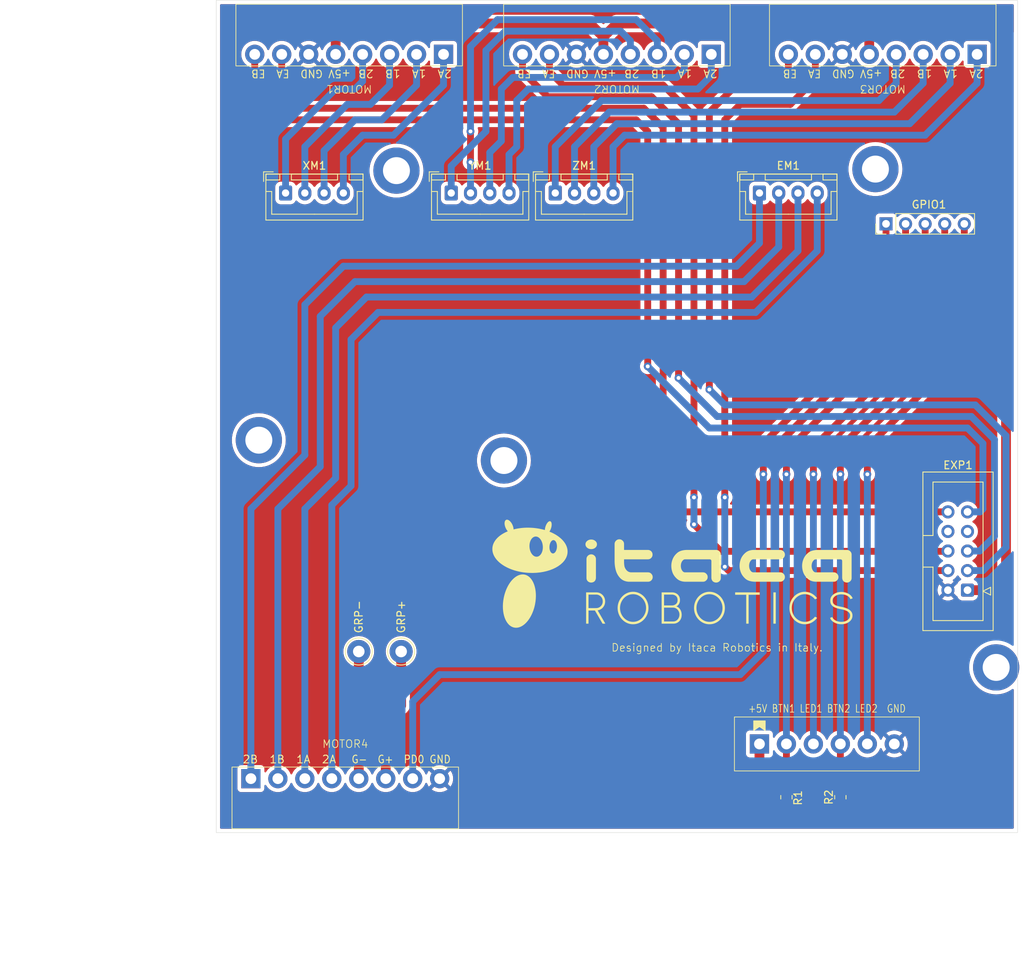
<source format=kicad_pcb>
(kicad_pcb (version 20240108) (generator "pcbnew") (generator_version "8.0")
  (layers (0 "F.Cu" signal) (31 "B.Cu" signal) (34 "B.Paste" user) (35 "F.Paste" user) (36 "B.SilkS" user "B.Silkscreen") (37 "F.SilkS" user "F.Silkscreen") (38 "B.Mask" user) (39 "F.Mask" user) (44 "Edge.Cuts" user))
  (net 0 "")
  (net 1 "LED1")
  (net 2 "LED2")
  (net 3 "BTN1")
  (net 4 "BTN2")
  (net 5 "M4_2B")
  (net 6 "+5V")
  (net 7 "M4_1B")
  (net 8 "M4_1A")
  (net 9 "M4_2A")
  (net 10 "E1_A")
  (net 11 "E2_B")
  (net 12 "GND")
  (net 14 "E1_B")
  (net 15 "E3_A")
  (net 16 "E3_B")
  (net 17 "E2_A")
  (net 19 "M1_2A")
  (net 20 "M1_1A")
  (net 21 "M1_1B")
  (net 22 "M1_2B")
  (net 23 "M2_1B")
  (net 24 "M2_2B")
  (net 25 "M2_1A")
  (net 26 "M2_2A")
  (net 27 "M3_2B")
  (net 28 "M3_1A")
  (net 29 "M3_2A")
  (net 30 "M3_1B")
  (net 31 "GRP+")
  (net 32 "GRP-")
  (net 33 "PD0")
  (footprint "01_myLibrary:MC1.5_8-G-3.5" (layer "F.Cu") (at 117.25 37 180)
    (property "Reference" "MOTOR1")
    (property "Value" "Conn_01x04_Pin")
  )
  (footprint "01_myLibrary:MC1.5_8-G-3.5" (layer "F.Cu") (at 186.5 37 180)
    (property "Reference" "MOTOR3")
    (property "Value" "Conn_01x04_Pin")
  )
  (footprint "Connector_JST:JST_XH_B4B-XH-A_1x04_P2.50mm_Vertical" (layer "F.Cu") (at 170.5 55)
    (property "Reference" "EM1")
    (property "Value" "Conn_01x04_Pin")
  )
  (footprint "Resistor_SMD:R_0805_2012Metric" (layer "F.Cu") (at 181 133.4125 90)
    (property "Reference" "R2")
    (property "Value" "10k")
  )
  (footprint "Connector_PinHeader_2.54mm:PinHeader_1x05_P2.54mm_Vertical" (layer "F.Cu") (at 186.925 59 90)
    (property "Reference" "GPIO1")
    (property "Value" "Conn_01x04_Pin")
  )
  (footprint "Connector_JST:JST_XH_B4B-XH-A_1x04_P2.50mm_Vertical" (layer "F.Cu") (at 144 55)
    (property "Reference" "ZM1")
    (property "Value" "Conn_01x04_Pin")
  )
  (footprint "Resistor_SMD:R_0805_2012Metric" (layer "F.Cu") (at 174 133.4125 90)
    (property "Reference" "R1")
    (property "Value" "10k")
  )
  (footprint "01_myLibrary:MC1.5_8-G-3.5" (layer "F.Cu") (at 116.75 131)
    (property "Reference" "MOTOR4")
    (property "Value" "Conn_01x04_Pin")
  )
  (footprint "Connector_JST:JST_XH_B4B-XH-A_1x04_P2.50mm_Vertical" (layer "F.Cu") (at 130.5 55)
    (property "Reference" "YM1")
    (property "Value" "Conn_01x04_Pin")
  )
  (footprint "Connector_IDC:IDC-Header_2x05_P2.54mm_Vertical" (layer "F.Cu") (at 195 96.42)
    (property "Reference" "EXP1")
    (property "Value" "Conn_02x05_Odd_Even")
  )
  (footprint "Connector_JST:JST_XH_B4B-XH-A_1x04_P2.50mm_Vertical" (layer "F.Cu") (at 109 55)
    (property "Reference" "XM1")
    (property "Value" "Conn_01x04_Pin")
  )
  (footprint "TestPoint:TestPoint_THTPad_D3.0mm_Drill1.5mm" (layer "F.Cu") (at 118.5 114.5)
    (property "Reference" "GRP-")
    (property "Value" "TestPoint_THTPad_D3.0mm_Drill1.5mm")
  )
  (footprint "01_myLibrary:MV1.5_6-G-3.5" (layer "F.Cu") (at 179.25 126.5)
    (property "Reference" "PWR1" (hide yes))
    (property "Value" "Conn_01x06_Pin")
  )
  (footprint "TestPoint:TestPoint_THTPad_D3.0mm_Drill1.5mm" (layer "F.Cu") (at 124 114.5)
    (property "Reference" "GRP+")
    (property "Value" "TestPoint_THTPad_D3.0mm_Drill1.5mm")
  )
  (footprint "01_myLibrary:MC1.5_8-G-3.5" (layer "F.Cu") (at 152 37 180)
    (property "Reference" "MOTOR2")
    (property "Value" "Conn_01x04_Pin")
  )
  (gr_poly (pts (xy 154.147084 106.751966) (xy 154.198336 106.753904) (xy 154.24918 106.757134) (xy 154.299614 106.761656) (xy 154.349639 106.76747) (xy 154.399255 106.774576) (xy 154.448461 106.782974) (xy 154.497258 106.792664) (xy 154.545646 106.803646) (xy 154.593624 106.81592) (xy 154.641194 106.829487) (xy 154.688354 106.844345) (xy 154.735104 106.860495) (xy 154.781446 106.877937) (xy 154.827378 106.896671) (xy 154.872901 106.916697) (xy 154.917903 106.937504) (xy 154.962223 106.959307) (xy 155.005861 106.982108) (xy 155.048817 107.005906) (xy 155.091093 107.030701) (xy 155.132687 107.056493) (xy 155.1736 107.083283) (xy 155.213832 107.11107) (xy 155.253384 107.139855) (xy 155.292256 107.169637) (xy 155.330447 107.200417) (xy 155.367958 107.232194) (xy 155.404789 107.264969) (xy 155.440941 107.298742) (xy 155.476413 107.333512) (xy 155.511206 107.369281) (xy 155.545184 107.405908) (xy 155.57821 107.44326) (xy 155.610285 107.481338) (xy 155.641407 107.52014) (xy 155.671577 107.559668) (xy 155.700796 107.599922) (xy 155.729062 107.6409) (xy 155.756377 107.682604) (xy 155.78274 107.725032) (xy 155.808151 107.768187) (xy 155.83261 107.812066) (xy 155.856117 107.85667) (xy 155.878673 107.902) (xy 155.900276 107.948055) (xy 155.920927 107.994836) (xy 155.940627 108.042341) (xy 155.959587 108.090063) (xy 155.977325 108.138215) (xy 155.993841 108.186798) (xy 156.009135 108.235812) (xy 156.023207 108.285257) (xy 156.036056 108.335133) (xy 156.047682 108.38544) (xy 156.058085 108.436177) (xy 156.067265 108.487345) (xy 156.075222 108.538943) (xy 156.081955 108.590972) (xy 156.087464 108.643432) (xy 156.09175 108.696322) (xy 156.094811 108.749643) (xy 156.096648 108.803394) (xy 156.09726 108.857575) (xy 156.096648 108.911768) (xy 156.094811 108.965552) (xy 156.09175 109.018929) (xy 156.087464 109.071897) (xy 156.081955 109.124458) (xy 156.075222 109.17661) (xy 156.067265 109.228355) (xy 156.058085 109.279691) (xy 156.047682 109.33062) (xy 156.036056 109.38114) (xy 156.023207 109.431252) (xy 156.009135 109.480957) (xy 155.993841 109.530253) (xy 155.977325 109.579141) (xy 155.959587 109.627621) (xy 155.940627 109.675693) (xy 155.920927 109.72285) (xy 155.900276 109.769304) (xy 155.878673 109.815056) (xy 155.856117 109.860104) (xy 155.83261 109.90445) (xy 155.808151 109.948092) (xy 155.78274 109.991032) (xy 155.756377 110.03327) (xy 155.729062 110.074804) (xy 155.700796 110.115636) (xy 155.671577 110.155765) (xy 155.641407 110.195191) (xy 155.610285 110.233915) (xy 155.57821 110.271936) (xy 155.545184 110.309254) (xy 155.511206 110.34587) (xy 155.476413 110.381647) (xy 155.440941 110.416451) (xy 155.404789 110.45028) (xy 155.367958 110.483135) (xy 155.330447 110.515015) (xy 155.292256 110.545921) (xy 155.253384 110.575852) (xy 155.213832 110.604808) (xy 155.1736 110.632788) (xy 155.132687 110.659794) (xy 155.091093 110.685824) (xy 155.048817 110.710878) (xy 155.005861 110.734957) (xy 154.962223 110.75806) (xy 154.917903 110.780187) (xy 154.872901 110.801337) (xy 154.827378 110.821016) (xy 154.781446 110.839425) (xy 154.735104 110.856562) (xy 154.688354 110.872429) (xy 154.641194 110.887026) (xy 154.593624 110.900352) (xy 154.545646 110.912408) (xy 154.497258 110.923194) (xy 154.448461 110.93271) (xy 154.399255 110.940957) (xy 154.349639 110.947935) (xy 154.299614 110.953644) (xy 154.24918 110.958083) (xy 154.198336 110.961254) (xy 154.147084 110.963157) (xy 154.095422 110.963791) (xy 154.044119 110.963157) (xy 153.993202 110.961254) (xy 153.942669 110.958083) (xy 153.892522 110.953644) (xy 153.842759 110.947935) (xy 153.793382 110.940957) (xy 153.744391 110.93271) (xy 153.695786 110.923194) (xy 153.647566 110.912408) (xy 153.599733 110.900352) (xy 153.552286 110.887026) (xy 153.505226 110.872429) (xy 153.458553 110.856562) (xy 153.412266 110.839425) (xy 153.366367 110.821016) (xy 153.320855 110.801337) (xy 153.275853 110.780187) (xy 153.231533 110.75806) (xy 153.187895 110.734957) (xy 153.144938 110.710878) (xy 153.102662 110.685824) (xy 153.061068 110.659794) (xy 153.020155 110.632788) (xy 152.979922 110.604808) (xy 152.94037 110.575852) (xy 152.901499 110.545921) (xy 152.863307 110.515015) (xy 152.825796 110.483135) (xy 152.788965 110.45028) (xy 152.752813 110.416451) (xy 152.71734 110.381647) (xy 152.682547 110.34587) (xy 152.648559 110.309254) (xy 152.6155 110.271936) (xy 152.583372 110.233915) (xy 152.552174 110.195191) (xy 152.521906 110.155765) (xy 152.492568 110.115636) (xy 152.46416 110.074804) (xy 152.436683 110.03327) (xy 152.410136 109.991032) (xy 152.384519 109.948092) (xy 152.359832 109.90445) (xy 152.336075 109.860104) (xy 152.313249 109.815056) (xy 152.291352 109.769304) (xy 152.270386 109.72285) (xy 152.25035 109.675693) (xy 152.231367 109.627621) (xy 152.213608 109.579141) (xy 152.197074 109.530253) (xy 152.181765 109.480957) (xy 152.167681 109.431252) (xy 152.154821 109.38114) (xy 152.143186 109.33062) (xy 152.132776 109.279691) (xy 152.123591 109.228355) (xy 152.11563 109.17661) (xy 152.108894 109.124458) (xy 152.103383 109.071897) (xy 152.099096 109.018929) (xy 152.096034 108.965552) (xy 152.094197 108.911768) (xy 152.093585 108.857575) (xy 152.406983 108.857575) (xy 152.407493 108.90346) (xy 152.409023 108.949005) (xy 152.411574 108.99421) (xy 152.415144 109.039076) (xy 152.419735 109.083601) (xy 152.425345 109.127787) (xy 152.431976 109.171632) (xy 152.439627 109.215138) (xy 152.448298 109.258303) (xy 152.457989 109.301129) (xy 152.4687 109.343615) (xy 152.480431 109.38576) (xy 152.493182 109.427566) (xy 152.506954 109.469031) (xy 152.521745 109.510157) (xy 152.537556 109.550942) (xy 152.554611 109.591265) (xy 152.572438 109.630999) (xy 152.591037 109.670143) (xy 152.610407 109.708698) (xy 152.63055 109.746663) (xy 152.651465 109.784039) (xy 152.673152 109.820825) (xy 152.695611 109.857022) (xy 152.718842 109.892629) (xy 152.742845 109.927648) (xy 152.76762 109.962076) (xy 152.793167 109.995915) (xy 152.819487 110.029165) (xy 152.846578 110.061826) (xy 152.874441 110.093897) (xy 152.903077 110.125378) (xy 152.932381 110.155784) (xy 152.962249 110.185351) (xy 152.992682 110.214079) (xy 153.02368 110.241968) (xy 153.055243 110.269019) (xy 153.087371 110.295231) (xy 153.120065 110.320605) (xy 153.153324 110.34514) (xy 153.187149 110.368837) (xy 153.22154 110.391695) (xy 153.256498 110.413714) (xy 153.292022 110.434895) (xy 153.328112 110.455237) (xy 153.36477 110.474741) (xy 153.401994 110.493407) (xy 153.439786 110.511234) (xy 153.478391 110.528098) (xy 153.517312 110.543875) (xy 153.55655 110.558564) (xy 153.596104 110.572166) (xy 153.635974 110.58468) (xy 153.676161 110.596106) (xy 153.716664 110.606444) (xy 153.757483 110.615695) (xy 153.798618 110.623857) (xy 153.84007 110.630932) (xy 153.881838 110.636918) (xy 153.923922 110.641816) (xy 153.966323 110.645626) (xy 154.009039 110.648347) (xy 154.052072 110.64998) (xy 154.095422 110.650524) (xy 154.139479 110.649968) (xy 154.18315 110.648301) (xy 154.226433 110.645522) (xy 154.269329 110.641633) (xy 154.311839 110.636632) (xy 154.353961 110.630521) (xy 154.395698 110.623298) (xy 154.437048 110.614965) (xy 154.478012 110.605522) (xy 154.518591 110.594968) (xy 154.558784 110.583304) (xy 154.598591 110.57053) (xy 154.638013 110.556647) (xy 154.67705 110.541653) (xy 154.715702 110.52555) (xy 154.75397 110.508337) (xy 154.79211 110.490159) (xy 154.829637 110.471164) (xy 154.86655 110.451354) (xy 154.90285 110.430728) (xy 154.938536 110.409286) (xy 154.97361 110.387027) (xy 155.008071 110.363953) (xy 155.041919 110.340063) (xy 155.075156 110.315357) (xy 155.10778 110.289835) (xy 155.139792 110.263498) (xy 155.171192 110.236344) (xy 155.20198 110.208375) (xy 155.232158 110.179589) (xy 155.261724 110.149988) (xy 155.290679 110.119571) (xy 155.319303 110.08809) (xy 155.347134 110.056019) (xy 155.374171 110.023358) (xy 155.400414 109.990109) (xy 155.425863 109.956269) (xy 155.450519 109.921841) (xy 155.474381 109.886823) (xy 155.49745 109.851216) (xy 155.519724 109.81502) (xy 155.541205 109.778234) (xy 155.561892 109.74086) (xy 155.581785 109.702896) (xy 155.600885 109.664342) (xy 155.61919 109.6252) (xy 155.636702 109.585468) (xy 155.65342 109.545148) (xy 155.66923 109.504383) (xy 155.684017 109.463324) (xy 155.697782 109.421971) (xy 155.710525 109.380323) (xy 155.722246 109.338381) (xy 155.732945 109.296144) (xy 155.742624 109.253613) (xy 155.751283 109.210787) (xy 155.758921 109.167667) (xy 155.76554 109.124253) (xy 155.771139 109.080543) (xy 155.77572 109.036539) (xy 155.779282 108.99224) (xy 155.781825 108.947647) (xy 155.783351 108.902758) (xy 155.78386 108.857575) (xy 155.783339 108.811688) (xy 155.781776 108.766141) (xy 155.779172 108.720933) (xy 155.775526 108.676067) (xy 155.770838 108.63154) (xy 155.765108 108.587353) (xy 155.758336 108.543507) (xy 155.750523 108.5) (xy 155.741668 108.456834) (xy 155.731771 108.414008) (xy 155.720832 108.371522) (xy 155.708852 108.329376) (xy 155.695829 108.287571) (xy 155.681765 108.246105) (xy 155.666659 108.20498) (xy 155.650511 108.164195) (xy 155.633793 108.123883) (xy 155.616281 108.084184) (xy 155.597974 108.045098) (xy 155.578875 108.006623) (xy 155.558981 107.968761) (xy 155.538294 107.93151) (xy 155.516813 107.894872) (xy 155.494538 107.858846) (xy 155.47147 107.823432) (xy 155.447608 107.78863) (xy 155.422952 107.75444) (xy 155.397502 107.720862) (xy 155.371259 107.687896) (xy 155.344222 107.655542) (xy 155.316391 107.623799) (xy 155.287766 107.592668) (xy 155.258484 107.562263) (xy 155.228632 107.532696) (xy 155.19821 107.503967) (xy 155.167219 107.476077) (xy 155.135659 107.449026) (xy 155.103531 107.422813) (xy 155.070834 107.397438) (xy 155.03757 107.372902) (xy 155.003738 107.349205) (xy 154.969339 107.326347) (xy 154.934373 107.304328) (xy 154.898841 107.283147) (xy 154.862744 107.262805) (xy 154.826081 107.243302) (xy 154.788852 107.224639) (xy 154.751059 107.206814) (xy 154.712803 107.189599) (xy 154.674184 107.173495) (xy 154.635202 107.158501) (xy 154.595857 107.144618) (xy 154.556149 107.131846) (xy 154.516079 107.120184) (xy 154.475646 107.109633) (xy 154.43485 107.100193) (xy 154.393691 107.091863) (xy 154.352169 107.084644) (xy 154.310285 107.078535) (xy 154.268038 107.073537) (xy 154.225428 107.06965) (xy 154.182455 107.066874) (xy 154.13912 107.065208) (xy 154.095422 107.064652) (xy 154.051375 107.065208) (xy 154.007688 107.066874) (xy 153.964361 107.06965) (xy 153.921394 107.073537) (xy 153.878788 107.078535) (xy 153.836542 107.084644) (xy 153.794657 107.091863) (xy 153.753134 107.100193) (xy 153.711971 107.109633) (xy 153.67117 107.120184) (xy 153.630731 107.131846) (xy 153.590653 107.144618) (xy 153.550938 107.158501) (xy 153.511584 107.173495) (xy 153.472593 107.189599) (xy 153.433965 107.206814) (xy 153.396173 107.225001) (xy 153.358948 107.244027) (xy 153.322291 107.263892) (xy 153.2862 107.284595) (xy 153.250676 107.306138) (xy 153.215719 107.32852) (xy 153.181328 107.35174) (xy 153.147503 107.375799) (xy 153.114243 107.400697) (xy 153.08155 107.426434) (xy 153.049422 107.453009) (xy 153.017859 107.480423) (xy 152.986861 107.508675) (xy 152.956428 107.537766) (xy 152.92656 107.567695) (xy 152.897256 107.598463) (xy 152.868992 107.629594) (xy 152.841501 107.661337) (xy 152.814781 107.693691) (xy 152.788833 107.726658) (xy 152.763656 107.760237) (xy 152.73925 107.794428) (xy 152.715615 107.829231) (xy 152.69275 107.864645) (xy 152.670656 107.900672) (xy 152.649333 107.93731) (xy 152.628779 107.974561) (xy 152.608996 108.012423) (xy 152.589982 108.050897) (xy 152.571737 108.089982) (xy 152.554262 108.12968) (xy 152.537556 108.169989) (xy 152.521745 108.210754) (xy 152.506954 108.251814) (xy 152.493182 108.293168) (xy 152.480431 108.334816) (xy 152.4687 108.376759) (xy 152.457989 108.418997) (xy 152.448298 108.461529) (xy 152.439627 108.504356) (xy 152.431976 108.547478) (xy 152.425345 108.590894) (xy 152.419735 108.634604) (xy 152.415144 108.678609) (xy 152.411574 108.722909) (xy 152.409023 108.767503) (xy 152.407493 108.812392) (xy 152.406983 108.857575) (xy 152.093585 108.857575) (xy 152.094197 108.803394) (xy 152.096034 108.749643) (xy 152.099096 108.696322) (xy 152.103383 108.643432) (xy 152.108894 108.590972) (xy 152.11563 108.538943) (xy 152.123591 108.487345) (xy 152.132776 108.436177) (xy 152.143186 108.38544) (xy 152.154821 108.335133) (xy 152.167681 108.285257) (xy 152.181765 108.235812) (xy 152.197074 108.186798) (xy 152.213608 108.138215) (xy 152.231367 108.090063) (xy 152.25035 108.042341) (xy 152.270386 107.994836) (xy 152.291352 107.948055) (xy 152.313249 107.902) (xy 152.336075 107.85667) (xy 152.359832 107.812066) (xy 152.384519 107.768187) (xy 152.410136 107.725032) (xy 152.436683 107.682604) (xy 152.46416 107.6409) (xy 152.492568 107.599922) (xy 152.521906 107.559668) (xy 152.552174 107.52014) (xy 152.583372 107.481338) (xy 152.6155 107.44326) (xy 152.648559 107.405908) (xy 152.682547 107.369281) (xy 152.71734 107.333512) (xy 152.752813 107.298742) (xy 152.788965 107.264969) (xy 152.825796 107.232194) (xy 152.863307 107.200417) (xy 152.901499 107.169637) (xy 152.94037 107.139855) (xy 152.979922 107.11107) (xy 153.020155 107.083283) (xy 153.061068 107.056493) (xy 153.102662 107.030701) (xy 153.144938 107.005906) (xy 153.187895 106.982108) (xy 153.231533 106.959307) (xy 153.275853 106.937504) (xy 153.320855 106.916697) (xy 153.366367 106.896671) (xy 153.412266 106.877937) (xy 153.458553 106.860495) (xy 153.505226 106.844345) (xy 153.552286 106.829487) (xy 153.599733 106.81592) (xy 153.647566 106.803646) (xy 153.695786 106.792664) (xy 153.744391 106.782974) (xy 153.793382 106.774576) (xy 153.842759 106.76747) (xy 153.892522 106.761656) (xy 153.942669 106.757134) (xy 153.993202 106.753904) (xy 154.044119 106.751966) (xy 154.095422 106.75132)) (stroke (width -0.000001)) (fill solid) (layer "F.SilkS"))
  (gr_poly (pts (xy 149.365005 106.827365) (xy 149.404547 106.829201) (xy 149.443611 106.832261) (xy 149.482199 106.836545) (xy 149.520311 106.842053) (xy 149.557945 106.848786) (xy 149.595104 106.856742) (xy 149.631786 106.865923) (xy 149.667992 106.876327) (xy 149.703723 106.887955) (xy 149.738978 106.900807) (xy 149.773757 106.914883) (xy 149.808062 106.930183) (xy 149.841892 106.946707) (xy 149.875246 106.964454) (xy 149.908127 106.983426) (xy 149.940339 107.003087) (xy 149.971689 107.023632) (xy 150.002177 107.045061) (xy 150.031803 107.067375) (xy 150.060567 107.090572) (xy 150.088469 107.114654) (xy 150.115509 107.139619) (xy 150.141688 107.165469) (xy 150.167004 107.192203) (xy 150.191458 107.21982) (xy 150.21505 107.248322) (xy 150.237781 107.277707) (xy 150.259649 107.307976) (xy 150.280656 107.33913) (xy 150.3008 107.371166) (xy 150.320082 107.404087) (xy 150.338706 107.437701) (xy 150.35613 107.471813) (xy 150.372353 107.506423) (xy 150.387376 107.541532) (xy 150.401198 107.57714) (xy 150.413819 107.613246) (xy 150.425239 107.64985) (xy 150.435458 107.686953) (xy 150.444475 107.724554) (xy 150.45229 107.762654) (xy 150.458904 107.801253) (xy 150.464316 107.840351) (xy 150.468525 107.879947) (xy 150.471532 107.920042) (xy 150.473336 107.960635) (xy 150.473938 108.001728) (xy 150.473428 108.03993) (xy 150.471898 108.077656) (xy 150.469347 108.114906) (xy 150.465777 108.15168) (xy 150.461187 108.187978) (xy 150.455576 108.2238) (xy 150.448946 108.259146) (xy 150.441295 108.294016) (xy 150.432624 108.328411) (xy 150.422933 108.362329) (xy 150.412222 108.395771) (xy 150.400491 108.428738) (xy 150.38774 108.461228) (xy 150.373969 108.493243) (xy 150.359178 108.524781) (xy 150.343366 108.555844) (xy 150.327053 108.586329) (xy 150.310011 108.616134) (xy 150.292241 108.645259) (xy 150.273744 108.673704) (xy 150.254519 108.701469) (xy 150.234568 108.728554) (xy 150.213891 108.754959) (xy 150.192487 108.780684) (xy 150.170359 108.805729) (xy 150.147504 108.830094) (xy 150.123926 108.85378) (xy 150.099622 108.876785) (xy 150.074595 108.89911) (xy 150.048845 108.920756) (xy 150.022371 108.941721) (xy 149.995174 108.962006) (xy 149.967411 108.981136) (xy 149.93924 108.99936) (xy 149.910659 109.016676) (xy 149.88167 109.033086) (xy 149.852272 109.04859) (xy 149.822466 109.063187) (xy 149.792252 109.076877) (xy 149.76163 109.089661) (xy 149.7306 109.101538) (xy 149.699163 109.112508) (xy 149.667318 109.122572) (xy 149.635066 109.13173) (xy 149.602407 109.13998) (xy 149.569342 109.147325) (xy 149.53587 109.153762) (xy 149.501991 109.159293) (xy 150.5 110.888385) (xy 150.137388 110.888385) (xy 149.1452 109.1796) (xy 148.315428 109.1796) (xy 148.315428 110.888385) (xy 148.002095 110.888385) (xy 148.002095 108.866279) (xy 148.315428 108.866279) (xy 149.304744 108.866279) (xy 149.333955 108.865837) (xy 149.362849 108.864511) (xy 149.391427 108.862302) (xy 149.419687 108.859208) (xy 149.447631 108.85523) (xy 149.475257 108.850368) (xy 149.502566 108.844622) (xy 149.529558 108.837992) (xy 149.556231 108.830479) (xy 149.582587 108.822081) (xy 149.608624 108.812799) (xy 149.634343 108.802633) (xy 149.659743 108.791584) (xy 149.684825 108.77965) (xy 149.709587 108.766832) (xy 149.73403 108.753131) (xy 149.758032 108.738307) (xy 149.78142 108.72285) (xy 149.804195 108.706757) (xy 149.826356 108.69003) (xy 149.847904 108.672668) (xy 149.868839 108.654671) (xy 149.889161 108.63604) (xy 149.908871 108.616774) (xy 149.927968 108.596873) (xy 149.946453 108.576338) (xy 149.964326 108.555168) (xy 149.981588 108.533363) (xy 149.998237 108.510924) (xy 150.014276 108.48785) (xy 150.029703 108.464141) (xy 150.044519 108.439797) (xy 150.058576 108.414924) (xy 150.071724 108.389619) (xy 150.083964 108.363884) (xy 150.095296 108.337717) (xy 150.105721 108.31112) (xy 150.115238 108.284092) (xy 150.123848 108.256633) (xy 150.13155 108.228743) (xy 150.138346 108.200423) (xy 150.144235 108.171672) (xy 150.149217 108.14249) (xy 150.153293 108.112878) (xy 150.156463 108.082836) (xy 150.158727 108.052363) (xy 150.160086 108.021459) (xy 150.160538 107.990125) (xy 150.160086 107.959142) (xy 150.158727 107.928567) (xy 150.156463 107.8984) (xy 150.153293 107.86864) (xy 150.149217 107.839288) (xy 150.144235 107.810344) (xy 150.138346 107.781809) (xy 150.13155 107.753681) (xy 150.123848 107.725961) (xy 150.115238 107.698649) (xy 150.105721 107.671746) (xy 150.095296 107.64525) (xy 150.083964 107.619163) (xy 150.071724 107.593483) (xy 150.058576 107.568213) (xy 150.044519 107.54335) (xy 150.029703 107.518667) (xy 150.014276 107.494664) (xy 149.998237 107.471341) (xy 149.981588 107.448698) (xy 149.964326 107.426735) (xy 149.946453 107.405452) (xy 149.927968 107.384848) (xy 149.908871 107.364925) (xy 149.889161 107.345682) (xy 149.868839 107.327118) (xy 149.847904 107.309235) (xy 149.826356 107.292031) (xy 149.804195 107.275508) (xy 149.78142 107.259664) (xy 149.758032 107.244501) (xy 149.73403 107.230017) (xy 149.709587 107.215965) (xy 149.684825 107.202819) (xy 149.659743 107.19058) (xy 149.634343 107.179247) (xy 149.608624 107.168821) (xy 149.582587 107.159302) (xy 149.556231 107.150689) (xy 149.529558 107.142983) (xy 149.502566 107.136183) (xy 149.475257 107.13029) (xy 149.447631 107.125304) (xy 149.419687 107.121224) (xy 149.391427 107.118051) (xy 149.362849 107.115785) (xy 149.333955 107.114425) (xy 149.304744 107.113972) (xy 148.315428 107.113972) (xy 148.315428 108.866279) (xy 148.002095 108.866279) (xy 148.002095 106.826752) (xy 149.324985 106.826752)) (stroke (width -0.000001)) (fill solid) (layer "F.SilkS"))
  (gr_poly (pts (xy 176.446864 106.752215) (xy 176.507609 106.754901) (xy 176.567739 106.759377) (xy 176.627255 106.765644) (xy 176.686157 106.773702) (xy 176.744446 106.78355) (xy 176.80212 106.795189) (xy 176.85918 106.808619) (xy 176.915627 106.823839) (xy 176.971459 106.840849) (xy 177.026678 106.85965) (xy 177.081282 106.880242) (xy 177.135273 106.902624) (xy 177.188649 106.926797) (xy 177.241412 106.95276) (xy 177.293561 106.980514) (xy 177.34487 107.009753) (xy 177.395067 107.04017) (xy 177.444152 107.071766) (xy 177.492125 107.10454) (xy 177.538986 107.138493) (xy 177.584736 107.173625) (xy 177.629376 107.209935) (xy 177.672905 107.247423) (xy 177.715324 107.28609) (xy 177.756633 107.325936) (xy 177.796833 107.36696) (xy 177.835925 107.409162) (xy 177.873908 107.452543) (xy 177.910783 107.497103) (xy 177.94655 107.542841) (xy 177.98121 107.589758) (xy 177.705514 107.740623) (xy 177.676377 107.70232) (xy 177.646267 107.665014) (xy 177.615183 107.628705) (xy 177.583125 107.593393) (xy 177.550092 107.559078) (xy 177.516085 107.52576) (xy 177.481104 107.49344) (xy 177.445147 107.462116) (xy 177.408215 107.43179) (xy 177.370308 107.402461) (xy 177.331425 107.374129) (xy 177.291567 107.346794) (xy 177.250733 107.320457) (xy 177.208922 107.295116) (xy 177.166136 107.270773) (xy 177.122372 107.247427) (xy 177.078359 107.225293) (xy 177.034074 107.204588) (xy 176.98952 107.18531) (xy 176.944694 107.167461) (xy 176.899597 107.15104) (xy 176.854228 107.136047) (xy 176.808586 107.122482) (xy 176.762673 107.110344) (xy 176.716486 107.099635) (xy 176.670026 107.090354) (xy 176.623292 107.0825) (xy 176.576285 107.076075) (xy 176.529003 107.071078) (xy 176.481446 107.067508) (xy 176.433614 107.065366) (xy 176.385506 107.064652) (xy 176.341471 107.065208) (xy 176.297817 107.066874) (xy 176.254545 107.06965) (xy 176.211655 107.073537) (xy 176.169149 107.078535) (xy 176.127026 107.084644) (xy 176.085286 107.091863) (xy 176.043931 107.100193) (xy 176.00296 107.109633) (xy 175.962374 107.120184) (xy 175.922173 107.131846) (xy 175.882357 107.144618) (xy 175.842928 107.158501) (xy 175.803885 107.173495) (xy 175.765229 107.189599) (xy 175.72696 107.206814) (xy 175.689168 107.225001) (xy 175.651944 107.244027) (xy 175.615287 107.263892) (xy 175.579197 107.284595) (xy 175.543673 107.306138) (xy 175.508716 107.32852) (xy 175.474325 107.35174) (xy 175.4405 107.375799) (xy 175.40724 107.400697) (xy 175.374547 107.426434) (xy 175.342418 107.453009) (xy 175.310855 107.480423) (xy 175.279857 107.508675) (xy 175.249424 107.537766) (xy 175.219555 107.567695) (xy 175.190251 107.598463) (xy 175.161988 107.629594) (xy 175.134496 107.661337) (xy 175.107776 107.693691) (xy 175.081828 107.726658) (xy 175.056651 107.760237) (xy 175.032246 107.794428) (xy 175.008611 107.829231) (xy 174.985747 107.864645) (xy 174.963653 107.900672) (xy 174.94233 107.93731) (xy 174.921776 107.974561) (xy 174.901992 108.012423) (xy 174.882978 108.050897) (xy 174.864734 108.089982) (xy 174.847258 108.12968) (xy 174.830552 108.169989) (xy 174.815079 108.210754) (xy 174.800606 108.251814) (xy 174.787135 108.293168) (xy 174.774663 108.334816) (xy 174.763192 108.376759) (xy 174.75272 108.418997) (xy 174.743247 108.461529) (xy 174.734773 108.504356) (xy 174.727297 108.547478) (xy 174.720819 108.590894) (xy 174.715339 108.634604) (xy 174.710856 108.678609) (xy 174.70737 108.722909) (xy 174.70488 108.767503) (xy 174.703387 108.812392) (xy 174.702889 108.857575) (xy 174.703399 108.903811) (xy 174.704929 108.949684) (xy 174.70748 108.995195) (xy 174.71105 109.040344) (xy 174.715641 109.08513) (xy 174.721251 109.129553) (xy 174.727882 109.173614) (xy 174.735533 109.217313) (xy 174.744204 109.260649) (xy 174.753895 109.303622) (xy 174.764606 109.346234) (xy 174.776337 109.388482) (xy 174.789088 109.430369) (xy 174.80286 109.471892) (xy 174.817651 109.513054) (xy 174.833462 109.553853) (xy 174.85018 109.593823) (xy 174.867688 109.633226) (xy 174.885988 109.672063) (xy 174.905079 109.710333) (xy 174.924963 109.748036) (xy 174.945639 109.785173) (xy 174.967108 109.821744) (xy 174.98937 109.857748) (xy 175.012426 109.893185) (xy 175.036276 109.928056) (xy 175.06092 109.962359) (xy 175.086359 109.996097) (xy 175.112594 110.029267) (xy 175.139624 110.061871) (xy 175.16745 110.093908) (xy 175.196072 110.125378) (xy 175.225355 110.155784) (xy 175.255207 110.185351) (xy 175.285629 110.214079) (xy 175.31662 110.241968) (xy 175.348181 110.269019) (xy 175.380309 110.295231) (xy 175.413006 110.320605) (xy 175.446271 110.34514) (xy 175.480103 110.368837) (xy 175.514502 110.391695) (xy 175.549467 110.413714) (xy 175.584999 110.434895) (xy 175.621097 110.455237) (xy 175.65776 110.474741) (xy 175.694988 110.493407) (xy 175.732781 110.511234) (xy 175.771027 110.528098) (xy 175.809613 110.543875) (xy 175.84854 110.558564) (xy 175.887808 110.572166) (xy 175.927416 110.58468) (xy 175.967364 110.596106) (xy 176.007652 110.606444) (xy 176.048279 110.615695) (xy 176.089246 110.623857) (xy 176.130552 110.630932) (xy 176.172198 110.636918) (xy 176.214182 110.641816) (xy 176.256506 110.645626) (xy 176.299168 110.648347) (xy 176.342168 110.64998) (xy 176.385506 110.650524) (xy 176.435683 110.649798) (xy 176.485408 110.647621) (xy 176.534679 110.643993) (xy 176.583498 110.638914) (xy 176.631864 110.632384) (xy 176.679777 110.624402) (xy 176.727238 110.614971) (xy 176.774246 110.604088) (xy 176.820801 110.591755) (xy 176.866904 110.577971) (xy 176.912554 110.562737) (xy 176.957751 110.546052) (xy 177.002496 110.527917) (xy 177.046788 110.508333) (xy 177.090628 110.487298) (xy 177.134015 110.464813) (xy 177.177059 110.441162) (xy 177.219126 110.416626) (xy 177.260217 110.391207) (xy 177.300331 110.364904) (xy 177.339468 110.337718) (xy 177.377628 110.309647) (xy 177.414811 110.280693) (xy 177.451018 110.250855) (xy 177.486248 110.220132) (xy 177.520502 110.188526) (xy 177.553778 110.156036) (xy 177.586079 110.122661) (xy 177.617402 110.088403) (xy 177.647749 110.05326) (xy 177.67712 110.017233) (xy 177.705514 109.980322) (xy 177.98121 110.128277) (xy 177.94655 110.175196) (xy 177.910783 110.220936) (xy 177.873908 110.265497) (xy 177.835925 110.30888) (xy 177.796833 110.351084) (xy 177.756633 110.39211) (xy 177.715324 110.431958) (xy 177.672905 110.470627) (xy 177.629376 110.508118) (xy 177.584736 110.544431) (xy 177.538986 110.579566) (xy 177.492125 110.613522) (xy 177.444152 110.646301) (xy 177.395067 110.677902) (xy 177.34487 110.708326) (xy 177.293561 110.737572) (xy 177.241412 110.764965) (xy 177.188649 110.790592) (xy 177.135273 110.814451) (xy 177.081282 110.836543) (xy 177.026678 110.856867) (xy 176.971459 110.875424) (xy 176.915627 110.892214) (xy 176.85918 110.907236) (xy 176.80212 110.920491) (xy 176.744446 110.931979) (xy 176.686157 110.941699) (xy 176.627255 110.949652) (xy 176.567739 110.955838) (xy 176.507609 110.960256) (xy 176.446864 110.962907) (xy 176.385506 110.963791) (xy 176.334205 110.963157) (xy 176.283287 110.961254) (xy 176.232755 110.958083) (xy 176.182608 110.953644) (xy 176.132845 110.947935) (xy 176.083469 110.940957) (xy 176.034478 110.93271) (xy 175.985872 110.923194) (xy 175.937653 110.912408) (xy 175.88982 110.900352) (xy 175.842374 110.887026) (xy 175.795314 110.872429) (xy 175.74864 110.856562) (xy 175.702354 110.839425) (xy 175.656455 110.821016) (xy 175.610944 110.801337) (xy 175.565941 110.780198) (xy 175.521621 110.758105) (xy 175.477982 110.735059) (xy 175.435025 110.711059) (xy 175.392749 110.686107) (xy 175.351155 110.660201) (xy 175.310242 110.633343) (xy 175.270009 110.605532) (xy 175.230457 110.576768) (xy 175.191586 110.547052) (xy 175.153395 110.516384) (xy 175.115883 110.484764) (xy 175.079052 110.452192) (xy 175.0429 110.418668) (xy 175.007427 110.384193) (xy 174.972634 110.348766) (xy 174.939005 110.312139) (xy 174.906281 110.274787) (xy 174.874464 110.236709) (xy 174.843552 110.197907) (xy 174.813546 110.158378) (xy 174.784447 110.118125) (xy 174.756254 110.077146) (xy 174.728968 110.035442) (xy 174.702589 109.993012) (xy 174.677118 109.949857) (xy 174.652553 109.905977) (xy 174.628896 109.861371) (xy 174.606147 109.81604) (xy 174.584305 109.769983) (xy 174.563372 109.723201) (xy 174.543347 109.675693) (xy 174.524724 109.627621) (xy 174.507301 109.579141) (xy 174.491078 109.530253) (xy 174.476055 109.480957) (xy 174.462233 109.431252) (xy 174.449612 109.38114) (xy 174.438192 109.33062) (xy 174.427974 109.279691) (xy 174.418956 109.228355) (xy 174.411141 109.17661) (xy 174.404527 109.124458) (xy 174.399115 109.071897) (xy 174.394906 109.018929) (xy 174.391899 108.965552) (xy 174.390094 108.911768) (xy 174.389493 108.857575) (xy 174.390094 108.803382) (xy 174.391899 108.749597) (xy 174.394906 108.69622) (xy 174.399115 108.643251) (xy 174.404527 108.590689) (xy 174.411141 108.538536) (xy 174.418956 108.48679) (xy 174.427974 108.435452) (xy 174.438192 108.384523) (xy 174.449612 108.334001) (xy 174.462233 108.283888) (xy 174.476055 108.234183) (xy 174.491078 108.184886) (xy 174.507301 108.135997) (xy 174.524724 108.087516) (xy 174.543347 108.039444) (xy 174.563372 107.991947) (xy 174.584305 107.945199) (xy 174.606147 107.899199) (xy 174.628896 107.853947) (xy 174.652553 107.809443) (xy 174.677118 107.765687) (xy 174.702589 107.72268) (xy 174.728968 107.68042) (xy 174.756254 107.638909) (xy 174.784447 107.598146) (xy 174.813546 107.558132) (xy 174.843552 107.518865) (xy 174.874464 107.480347) (xy 174.906281 107.442577) (xy 174.939005 107.405554) (xy 174.972634 107.369281) (xy 175.007427 107.333512) (xy 175.0429 107.298742) (xy 175.079052 107.264969) (xy 175.115883 107.232194) (xy 175.153395 107.200417) (xy 175.191586 107.169637) (xy 175.230457 107.139855) (xy 175.270009 107.11107) (xy 175.310242 107.083283) (xy 175.351155 107.056493) (xy 175.392749 107.030701) (xy 175.435025 107.005906) (xy 175.477982 106.982108) (xy 175.521621 106.959307) (xy 175.565941 106.937504) (xy 175.610944 106.916697) (xy 175.656455 106.896671) (xy 175.702354 106.877937) (xy 175.74864 106.860495) (xy 175.795314 106.844345) (xy 175.842374 106.829487) (xy 175.88982 106.81592) (xy 175.937653 106.803646) (xy 175.985872 106.792664) (xy 176.034478 106.782974) (xy 176.083469 106.774576) (xy 176.132845 106.76747) (xy 176.182608 106.761656) (xy 176.232755 106.757134) (xy 176.283287 106.753904) (xy 176.334205 106.751966) (xy 176.385506 106.75132)) (stroke (width -0.000001)) (fill solid) (layer "F.SilkS"))
  (gr_poly (pts (xy 164.892966 101.319861) (xy 164.923919 101.321885) (xy 164.954307 101.325258) (xy 164.984129 101.329981) (xy 165.013385 101.336053) (xy 165.042075 101.343475) (xy 165.070199 101.352246) (xy 165.097755 101.362366) (xy 165.124744 101.373836) (xy 165.151165 101.386655) (xy 165.177018 101.400823) (xy 165.202303 101.416341) (xy 165.227018 101.433208) (xy 165.251165 101.451425) (xy 165.274741 101.470991) (xy 165.297747 101.491906) (xy 165.319794 101.512715) (xy 165.340492 101.534235) (xy 165.359842 101.556464) (xy 165.377842 101.579404) (xy 165.394494 101.603055) (xy 165.409797 101.627415) (xy 165.423751 101.652486) (xy 165.436357 101.678267) (xy 165.447613 101.704758) (xy 165.457521 101.73196) (xy 165.46608 101.759871) (xy 165.473291 101.788493) (xy 165.479152 101.817825) (xy 165.483665 101.847866) (xy 165.486829 101.878618) (xy 165.488644 101.91008) (xy 165.488644 104.964483) (xy 165.487899 104.995978) (xy 165.485662 105.026835) (xy 165.481933 105.057052) (xy 165.476713 105.086631) (xy 165.470002 105.115571) (xy 165.4618 105.143872) (xy 165.452106 105.171534) (xy 165.440921 105.198557) (xy 165.428244 105.22494) (xy 165.414076 105.250685) (xy 165.398416 105.275791) (xy 165.381265 105.300258) (xy 165.362623 105.324085) (xy 165.342489 105.347273) (xy 165.320864 105.369822) (xy 165.297747 105.391732) (xy 165.274741 105.411547) (xy 165.251165 105.430083) (xy 165.227018 105.447341) (xy 165.202303 105.463321) (xy 165.177018 105.478022) (xy 165.151165 105.491445) (xy 165.124744 105.50359) (xy 165.097755 105.514456) (xy 165.070199 105.524043) (xy 165.042075 105.532353) (xy 165.013385 105.539384) (xy 164.984129 105.545137) (xy 164.954307 105.549611) (xy 164.923919 105.552807) (xy 164.892966 105.554724) (xy 164.861449 105.555363) (xy 164.795179 105.547728) (xy 164.763482 105.542445) (xy 164.732744 105.536186) (xy 164.702965 105.528951) (xy 164.674145 105.520739) (xy 164.646283 105.511551) (xy 164.619381 105.501386) (xy 164.593437 105.490245) (xy 164.568452 105.478127) (xy 164.544426 105.465033) (xy 164.521359 105.450962) (xy 164.499251 105.435915) (xy 164.478101 105.419891) (xy 164.457911 105.402891) (xy 164.438679 105.384914) (xy 164.420406 105.365961) (xy 164.403092 105.346031) (xy 164.386737 105.325125) (xy 164.37134 105.303243) (xy 164.356903 105.280383) (xy 164.343424 105.256548) (xy 164.330904 105.231736) (xy 164.319343 105.205947) (xy 164.308741 105.179182) (xy 164.299098 105.15144) (xy 164.290413 105.122722) (xy 164.282688 105.093027) (xy 164.275921 105.062356) (xy 164.270113 105.030708) (xy 164.261374 104.964483) (xy 164.261374 102.773667) (xy 164.261144 102.759677) (xy 164.260452 102.746112) (xy 164.259299 102.732974) (xy 164.257684 102.720262) (xy 164.255609 102.707976) (xy 164.253072 102.696116) (xy 164.250073 102.684682) (xy 164.246614 102.673675) (xy 164.242692 102.663093) (xy 164.23831 102.652937) (xy 164.233466 102.643207) (xy 164.22816 102.633904) (xy 164.222393 102.625026) (xy 164.216165 102.616575) (xy 164.209475 102.608549) (xy 164.202323 102.60095) (xy 164.19471 102.593777) (xy 164.186635 102.58703) (xy 164.178099 102.580709) (xy 164.1691 102.574814) (xy 164.159641 102.569345) (xy 164.149719 102.564303) (xy 164.139336 102.559686) (xy 164.128491 102.555496) (xy 164.117184 102.551732) (xy 164.105415 102.548394) (xy 164.093184 102.545482) (xy 164.080492 102.542996) (xy 164.067338 102.540936) (xy 164.053722 102.539303) (xy 164.025103 102.537314) (xy 160.843354 102.537314) (xy 160.821951 102.538983) (xy 160.800901 102.541717) (xy 160.780206 102.545517) (xy 160.759864 102.550382) (xy 160.739876 102.556312) (xy 160.720244 102.563307) (xy 160.700965 102.571368) (xy 160.682042 102.580495) (xy 160.663473 102.590686) (xy 160.64526 102.601943) (xy 160.627402 102.614265) (xy 160.6099 102.627653) (xy 160.592753 102.642106) (xy 160.575963 102.657625) (xy 160.559528 102.674208) (xy 160.54345 102.691858) (xy 160.527775 102.709114) (xy 160.512599 102.726797) (xy 160.497922 102.744906) (xy 160.483745 102.763441) (xy 160.470067 102.782403) (xy 160.456888 102.801791) (xy 160.444208 102.821605) (xy 160.432027 102.841845) (xy 160.420346 102.862511) (xy 160.409163 102.883604) (xy 160.39848 102.905123) (xy 160.388297 102.927067) (xy 160.378612 102.949438) (xy 160.369427 102.972235) (xy 160.36074 102.995458) (xy 160.352553 103.019108) (xy 160.33976 103.064702) (xy 160.328668 103.110582) (xy 160.319278 103.156746) (xy 160.311591 103.203195) (xy 160.30561 103.249927) (xy 160.301336 103.296944) (xy 160.298771 103.344243) (xy 160.297915 103.391826) (xy 160.298771 103.43742) (xy 160.301336 103.483298) (xy 160.30561 103.52946) (xy 160.311591 103.575906) (xy 160.319278 103.622637) (xy 160.328668 103.669651) (xy 160.33976 103.716949) (xy 160.352553 103.764531) (xy 160.36074 103.787115) (xy 160.369427 103.809415) (xy 160.378612 103.831431) (xy 160.388297 103.853163) (xy 160.39848 103.874611) (xy 160.409163 103.895775) (xy 160.420346 103.916655) (xy 160.432027 103.937251) (xy 160.444208 103.957563) (xy 160.456888 103.977591) (xy 160.470067 103.997335) (xy 160.483745 104.016795) (xy 160.497922 104.035971) (xy 160.512599 104.054863) (xy 160.527775 104.07347) (xy 160.54345 104.091794) (xy 160.559528 104.108305) (xy 160.575963 104.123751) (xy 160.592753 104.138131) (xy 160.6099 104.151447) (xy 160.627402 104.163697) (xy 160.64526 104.174882) (xy 160.663473 104.185003) (xy 160.682042 104.194057) (xy 160.700965 104.202047) (xy 160.720244 104.208971) (xy 160.739876 104.214831) (xy 160.759864 104.219625) (xy 160.780206 104.223353) (xy 160.800901 104.226017) (xy 160.821951 104.227615) (xy 160.843354 104.228147) (xy 163.17063 104.228147) (xy 163.202112 104.228857) (xy 163.232958 104.230988) (xy 163.263167 104.234539) (xy 163.29274 104.23951) (xy 163.321675 104.245902) (xy 163.349973 104.253714) (xy 163.377633 104.262947) (xy 163.404654 104.273599) (xy 163.431037 104.285673) (xy 163.456781 104.299166) (xy 163.481885 104.31408) (xy 163.506349 104.330415) (xy 163.530173 104.348169) (xy 163.553357 104.367345) (xy 163.575899 104.38794) (xy 163.5978 104.409956) (xy 163.619811 104.431866) (xy 163.640402 104.454415) (xy 163.659572 104.477603) (xy 163.677323 104.501431) (xy 163.693654 104.525897) (xy 163.708565 104.551003) (xy 163.722055 104.576748) (xy 163.734126 104.603132) (xy 163.744776 104.630155) (xy 163.754007 104.657817) (xy 163.761817 104.686118) (xy 163.768208 104.715057) (xy 163.773178 104.744636) (xy 163.776728 104.774854) (xy 163.778858 104.80571) (xy 163.779568 104.837205) (xy 163.778858 104.868703) (xy 163.776728 104.899561) (xy 163.773178 104.92978) (xy 163.768208 104.95936) (xy 163.761817 104.988301) (xy 163.754007 105.016603) (xy 163.744776 105.044266) (xy 163.734126 105.07129) (xy 163.722055 105.097674) (xy 163.708565 105.12342) (xy 163.693654 105.148526) (xy 163.677323 105.172993) (xy 163.659572 105.19682) (xy 163.640402 105.220008) (xy 163.619811 105.242557) (xy 163.5978 105.264467) (xy 163.575899 105.286483) (xy 163.553357 105.307079) (xy 163.530173 105.326254) (xy 163.506349 105.344009) (xy 163.481885 105.360343) (xy 163.456781 105.375257) (xy 163.431037 105.38875) (xy 163.404654 105.400824) (xy 163.377633 105.411476) (xy 163.349973 105.420709) (xy 163.321675 105.428521) (xy 163.29274 105.434913) (xy 163.263167 105.439884) (xy 163.232958 105.443435) (xy 163.202112 105.445565) (xy 163.17063 105.446276) (xy 160.879737 105.446276) (xy 160.801041 105.443826) (xy 160.72405 105.438748) (xy 160.648765 105.431043) (xy 160.575185 105.420709) (xy 160.50331 105.407749) (xy 160.433141 105.39216) (xy 160.364676 105.373943) (xy 160.297918 105.353099) (xy 160.232864 105.329627) (xy 160.169516 105.303528) (xy 160.107873 105.2748) (xy 160.047935 105.243445) (xy 159.989703 105.209462) (xy 159.933176 105.172852) (xy 159.878354 105.133614) (xy 159.825238 105.091748) (xy 159.775003 105.047112) (xy 159.726541 105.001837) (xy 159.679853 104.955922) (xy 159.634939 104.909369) (xy 159.5918 104.862176) (xy 159.550435 104.814344) (xy 159.510844 104.765872) (xy 159.473029 104.716762) (xy 159.436988 104.667012) (xy 159.402723 104.616623) (xy 159.370233 104.565595) (xy 159.339519 104.513928) (xy 159.310581 104.461622) (xy 159.283419 104.408676) (xy 159.258033 104.355092) (xy 159.234423 104.300868) (xy 159.213495 104.245083) (xy 159.193917 104.189084) (xy 159.175692 104.132873) (xy 159.158817 104.076448) (xy 159.143294 104.01981) (xy 159.129121 103.96296) (xy 159.116299 103.905896) (xy 159.104827 103.848619) (xy 159.094706 103.79113) (xy 159.085935 103.733427) (xy 159.078514 103.675511) (xy 159.072442 103.617382) (xy 159.06772 103.559041) (xy 159.064348 103.500486) (xy 159.062324 103.441718) (xy 159.06165 103.382737) (xy 159.06236 103.325991) (xy 159.06449 103.269387) (xy 159.06804 103.212925) (xy 159.073011 103.156605) (xy 159.079401 103.100428) (xy 159.087212 103.044393) (xy 159.096442 102.9885) (xy 159.107093 102.932749) (xy 159.119164 102.877141) (xy 159.132654 102.821674) (xy 159.147565 102.76635) (xy 159.163896 102.711167) (xy 159.181647 102.656127) (xy 159.200818 102.601229) (xy 159.221409 102.546473) (xy 159.24342 102.491859) (xy 159.267051 102.436571) (xy 159.292453 102.382064) (xy 159.319627 102.328338) (xy 159.348573 102.275393) (xy 159.379291 102.22323) (xy 159.411783 102.171848) (xy 159.446049 102.121248) (xy 159.48209 102.071428) (xy 159.519906 102.02239) (xy 159.559497 101.974133) (xy 159.600865 101.926656) (xy 159.644009 101.879962) (xy 159.688931 101.834048) (xy 159.735631 101.788915) (xy 159.784109 101.744563) (xy 159.834367 101.700993) (xy 159.887018 101.657955) (xy 159.942725 101.617474) (xy 160.00149 101.57955) (xy 160.06331 101.544183) (xy 160.128186 101.511372) (xy 160.196117 101.481117) (xy 160.267103 101.45342) (xy 160.341143 101.428279) (xy 160.418237 101.405694) (xy 160.498386 101.385666) (xy 160.581587 101.368195) (xy 160.667842 101.35328) (xy 160.757149 101.340922) (xy 160.849508 101.33112) (xy 160.944919 101.323875) (xy 161.043381 101.319186) (xy 164.861449 101.319186)) (stroke (width -0.000001)) (fill solid) (layer "F.SilkS"))
  (gr_poly (pts (xy 172.619298 110.888385) (xy 172.305897 110.888385) (xy 172.305897 106.826752) (xy 172.619298 106.826752)) (stroke (width -0.000001)) (fill solid) (layer "F.SilkS"))
  (gr_poly (pts (xy 148.708671 101.891522) (xy 148.738498 101.894576) (xy 148.767757 101.898908) (xy 148.796448 101.904518) (xy 148.824571 101.911407) (xy 148.852125 101.919574) (xy 148.879111 101.92902) (xy 148.905528 101.939743) (xy 148.931377 101.951746) (xy 148.956656 101.965026) (xy 148.981367 101.979585) (xy 149.005509 101.995422) (xy 149.029082 102.012538) (xy 149.052086 102.030932) (xy 149.07452 102.050605) (xy 149.096385 102.071555) (xy 149.117349 102.092329) (xy 149.137034 102.113741) (xy 149.155438 102.135793) (xy 149.172562 102.158484) (xy 149.188406 102.181813) (xy 149.202971 102.205782) (xy 149.216257 102.23039) (xy 149.228263 102.255637) (xy 149.23899 102.281524) (xy 149.248439 102.308049) (xy 149.256609 102.335214) (xy 149.2635 102.363018) (xy 149.269113 102.391462) (xy 149.273449 102.420545) (xy 149.276506 102.450266) (xy 149.278286 102.480628) (xy 149.278286 104.964483) (xy 149.269547 105.030708) (xy 149.263739 105.062356) (xy 149.256973 105.093027) (xy 149.249248 105.122722) (xy 149.240564 105.15144) (xy 149.230921 105.179182) (xy 149.22032 105.205947) (xy 149.20876 105.231736) (xy 149.196241 105.256548) (xy 149.182764 105.280383) (xy 149.168327 105.303243) (xy 149.152932 105.325125) (xy 149.136579 105.346031) (xy 149.119266 105.365961) (xy 149.100995 105.384914) (xy 149.081765 105.402891) (xy 149.061577 105.419891) (xy 149.04043 105.435915) (xy 149.018324 105.450962) (xy 148.995259 105.465033) (xy 148.971236 105.478127) (xy 148.946254 105.490245) (xy 148.920313 105.501386) (xy 148.893414 105.511551) (xy 148.865556 105.520739) (xy 148.83674 105.528951) (xy 148.806964 105.536186) (xy 148.77623 105.542445) (xy 148.744538 105.547728) (xy 148.678277 105.555363) (xy 148.646708 105.554724) (xy 148.615637 105.552807) (xy 148.585063 105.549611) (xy 148.554986 105.545137) (xy 148.525405 105.539384) (xy 148.496322 105.532353) (xy 148.467736 105.524043) (xy 148.439648 105.514456) (xy 148.412056 105.50359) (xy 148.384962 105.491445) (xy 148.358365 105.478022) (xy 148.332265 105.463321) (xy 148.306662 105.447341) (xy 148.281557 105.430083) (xy 148.256949 105.411547) (xy 148.232838 105.391732) (xy 148.210823 105.369822) (xy 148.190227 105.347273) (xy 148.171052 105.324085) (xy 148.153297 105.300258) (xy 148.136963 105.275791) (xy 148.122049 105.250685) (xy 148.108555 105.22494) (xy 148.096482 105.198557) (xy 148.085829 105.171534) (xy 148.076596 105.143872) (xy 148.068784 105.115571) (xy 148.062392 105.086631) (xy 148.057421 105.057052) (xy 148.05387 105.026835) (xy 148.051739 104.995978) (xy 148.051029 104.964483) (xy 148.051029 102.480628) (xy 148.05284 102.449166) (xy 148.056 102.418415) (xy 148.06051 102.388373) (xy 148.066369 102.359042) (xy 148.073577 102.330422) (xy 148.082134 102.302511) (xy 148.092041 102.275311) (xy 148.103298 102.248821) (xy 148.115904 102.223042) (xy 148.129859 102.197972) (xy 148.145163 102.173613) (xy 148.161817 102.149963) (xy 148.17982 102.127024) (xy 148.199173 102.104795) (xy 148.219875 102.083276) (xy 148.241926 102.062467) (xy 148.264936 102.041552) (xy 148.288515 102.021986) (xy 148.312662 102.003769) (xy 148.337377 101.986902) (xy 148.36266 101.971384) (xy 148.388512 101.957216) (xy 148.414932 101.944397) (xy 148.44192 101.932927) (xy 148.469476 101.922807) (xy 148.4976 101.914036) (xy 148.526293 101.906614) (xy 148.555554 101.900542) (xy 148.585382 101.895819) (xy 148.615779 101.892446) (xy 148.646744 101.890422) (xy 148.678277 101.889747)) (stroke (width -0.000001)) (fill solid) (layer "F.SilkS"))
  (gr_poly (pts (xy 152.332558 99.938114) (xy 152.363526 99.940138) (xy 152.393925 99.943512) (xy 152.423754 99.948234) (xy 152.453013 99.954307) (xy 152.481702 99.961728) (xy 152.509823 99.970499) (xy 152.537374 99.980619) (xy 152.564356 99.992089) (xy 152.590769 100.004908) (xy 152.616614 100.019077) (xy 152.641891 100.034594) (xy 152.666599 100.051462) (xy 152.690739 100.069678) (xy 152.714312 100.089244) (xy 152.737317 100.110159) (xy 152.759365 100.130968) (xy 152.780067 100.152487) (xy 152.799422 100.174717) (xy 152.817429 100.197656) (xy 152.834089 100.221305) (xy 152.8494 100.245664) (xy 152.863362 100.270734) (xy 152.875975 100.296514) (xy 152.887237 100.323004) (xy 152.897148 100.350204) (xy 152.905708 100.378114) (xy 152.912915 100.406735) (xy 152.91877 100.436066) (xy 152.923272 100.466107) (xy 152.92642 100.496858) (xy 152.928214 100.52832) (xy 152.928214 101.319186) (xy 156.019076 101.319186) (xy 156.050593 101.319861) (xy 156.081546 101.321885) (xy 156.111934 101.325258) (xy 156.141756 101.329981) (xy 156.171012 101.336053) (xy 156.199702 101.343475) (xy 156.227826 101.352246) (xy 156.255382 101.362366) (xy 156.282371 101.373836) (xy 156.308792 101.386655) (xy 156.334645 101.400823) (xy 156.35993 101.416341) (xy 156.384645 101.433208) (xy 156.408792 101.451425) (xy 156.432368 101.470991) (xy 156.455374 101.491906) (xy 156.476282 101.514916) (xy 156.495843 101.538495) (xy 156.514057 101.562642) (xy 156.530925 101.587357) (xy 156.546446 101.61264) (xy 156.560619 101.638492) (xy 156.573444 101.664912) (xy 156.58492 101.6919) (xy 156.595048 101.719456) (xy 156.603827 101.74758) (xy 156.611256 101.776273) (xy 156.617335 101.805534) (xy 156.622064 101.835362) (xy 156.625443 101.865759) (xy 156.62747 101.896724) (xy 156.628146 101.928257) (xy 156.627434 101.95979) (xy 156.6253 101.990754) (xy 156.621744 102.021151) (xy 156.616765 102.050978) (xy 156.610365 102.080238) (xy 156.602543 102.108929) (xy 156.593301 102.137053) (xy 156.582638 102.164608) (xy 156.570555 102.191594) (xy 156.557053 102.218013) (xy 156.542131 102.243863) (xy 156.52579 102.269146) (xy 156.508031 102.29386) (xy 156.488854 102.318006) (xy 156.468259 102.341584) (xy 156.446246 102.364594) (xy 156.424345 102.38551) (xy 156.401802 102.405076) (xy 156.378619 102.423292) (xy 156.354795 102.440159) (xy 156.33033 102.455677) (xy 156.305226 102.469845) (xy 156.279482 102.482665) (xy 156.253099 102.494134) (xy 156.226078 102.504255) (xy 156.198418 102.513025) (xy 156.17012 102.520447) (xy 156.141185 102.526519) (xy 156.111613 102.531242) (xy 156.081403 102.534615) (xy 156.050558 102.53664) (xy 156.019076 102.537314) (xy 152.928214 102.537314) (xy 152.928214 102.719123) (xy 152.926968 102.811451) (xy 152.927697 102.902073) (xy 152.930404 102.990989) (xy 152.935092 103.0782) (xy 152.941765 103.163707) (xy 152.950425 103.247509) (xy 152.961076 103.329608) (xy 152.973721 103.410003) (xy 152.982322 103.44839) (xy 152.992201 103.48628) (xy 153.003356 103.523672) (xy 153.01579 103.560567) (xy 153.0295 103.596965) (xy 153.044489 103.632866) (xy 153.060754 103.66827) (xy 153.078297 103.703176) (xy 153.097118 103.737585) (xy 153.117216 103.771497) (xy 153.138591 103.804912) (xy 153.161244 103.83783) (xy 153.185174 103.87025) (xy 153.210382 103.902174) (xy 153.236867 103.9336) (xy 153.26463 103.96453) (xy 153.293494 103.994321) (xy 153.323281 104.022336) (xy 153.353993 104.048577) (xy 153.385628 104.073042) (xy 153.418187 104.095732) (xy 153.451671 104.116647) (xy 153.486078 104.135787) (xy 153.521409 104.153151) (xy 153.557664 104.16874) (xy 153.594843 104.182553) (xy 153.632946 104.194591) (xy 153.671973 104.204854) (xy 153.711924 104.21334) (xy 153.752799 104.220052) (xy 153.794598 104.224987) (xy 153.837321 104.228147) (xy 156.055323 104.228147) (xy 156.086793 104.229958) (xy 156.117552 104.233118) (xy 156.147601 104.237628) (xy 156.176939 104.243487) (xy 156.205566 104.250695) (xy 156.233482 104.259253) (xy 156.260687 104.26916) (xy 156.287181 104.280416) (xy 156.312963 104.293022) (xy 156.338033 104.306977) (xy 156.362391 104.322281) (xy 156.386037 104.338935) (xy 156.408971 104.356938) (xy 156.431192 104.376291) (xy 156.452701 104.396993) (xy 156.473496 104.419044) (xy 156.494425 104.442054) (xy 156.514003 104.465633) (xy 156.532229 104.48978) (xy 156.549103 104.514495) (xy 156.564627 104.539778) (xy 156.5788 104.56563) (xy 156.591621 104.59205) (xy 156.603093 104.619038) (xy 156.613214 104.646594) (xy 156.621985 104.674719) (xy 156.629406 104.703411) (xy 156.635477 104.732672) (xy 156.640199 104.762501) (xy 156.643572 104.792897) (xy 156.645595 104.823862) (xy 156.64627 104.855395) (xy 156.64449 104.88579) (xy 156.641433 104.915616) (xy 156.637098 104.944875) (xy 156.631486 104.973567) (xy 156.624597 105.00169) (xy 156.61643 105.029245) (xy 156.606986 105.056233) (xy 156.596264 105.082652) (xy 156.584264 105.108504) (xy 156.570988 105.133787) (xy 156.556433 105.158502) (xy 156.540602 105.182649) (xy 156.523493 105.206228) (xy 156.505106 105.229239) (xy 156.485442 105.251682) (xy 156.464501 105.273556) (xy 156.443718 105.293406) (xy 156.422295 105.312049) (xy 156.400235 105.329485) (xy 156.377535 105.345713) (xy 156.354197 105.360734) (xy 156.33022 105.374547) (xy 156.305605 105.387153) (xy 156.280351 105.398552) (xy 156.254458 105.408743) (xy 156.227926 105.417727) (xy 156.200756 105.425503) (xy 156.172947 105.432073) (xy 156.144499 105.437434) (xy 156.115413 105.441589) (xy 156.085687 105.444536) (xy 156.055323 105.446276) (xy 153.528287 105.446276) (xy 153.449591 105.440344) (xy 153.3726 105.431643) (xy 153.297315 105.420173) (xy 153.223735 105.405933) (xy 153.15186 105.388923) (xy 153.081691 105.369144) (xy 153.013227 105.346595) (xy 152.946469 105.321277) (xy 152.881415 105.293188) (xy 152.818067 105.26233) (xy 152.756424 105.228702) (xy 152.696487 105.192304) (xy 152.638255 105.153136) (xy 152.581728 105.111199) (xy 152.526906 105.066491) (xy 152.47379 105.019013) (xy 152.423531 104.968342) (xy 152.375049 104.916321) (xy 152.328343 104.862951) (xy 152.283414 104.808231) (xy 152.240262 104.752161) (xy 152.198886 104.694743) (xy 152.159287 104.635974) (xy 152.121465 104.575856) (xy 152.085419 104.514389) (xy 152.05115 104.451572) (xy 152.018657 104.387407) (xy 151.987941 104.321892) (xy 151.959002 104.255027) (xy 151.931839 104.186814) (xy 151.906453 104.117251) (xy 151.882844 104.046339) (xy 151.842239 103.902026) (xy 151.806743 103.75544) (xy 151.776358 103.606582) (xy 151.751082 103.455452) (xy 151.730915 103.302049) (xy 151.715859 103.146375) (xy 151.705912 102.988429) (xy 151.701075 102.828211) (xy 151.701075 100.52832) (xy 151.702855 100.497959) (xy 151.705912 100.468237) (xy 151.710247 100.439154) (xy 151.715859 100.410711) (xy 151.722748 100.382907) (xy 151.730915 100.355742) (xy 151.74036 100.329216) (xy 151.751082 100.30333) (xy 151.763081 100.278083) (xy 151.776358 100.253475) (xy 151.790912 100.229506) (xy 151.806743 100.206176) (xy 151.823852 100.183485) (xy 151.842239 100.161434) (xy 151.861902 100.140021) (xy 151.882844 100.119248) (xy 151.904709 100.098297) (xy 151.927145 100.078625) (xy 151.95015 100.060231) (xy 151.973726 100.043115) (xy 151.997871 100.027277) (xy 152.022586 100.012719) (xy 152.047871 99.999438) (xy 152.073724 99.987436) (xy 152.100147 99.976712) (xy 152.127138 99.967266) (xy 152.154698 99.959099) (xy 152.182826 99.952211) (xy 152.211522 99.9466) (xy 152.240787 99.942268) (xy 152.270619 99.939215) (xy 152.301018 99.937439)) (stroke (width -0.000001)) (fill solid) (layer "F.SilkS"))
  (gr_poly (pts (xy 173.225211 101.319896) (xy 173.256073 101.322027) (xy 173.286294 101.325578) (xy 173.315875 101.330549) (xy 173.344815 101.336941) (xy 173.373115 101.344754) (xy 173.400776 101.353986) (xy 173.427798 101.36464) (xy 173.45418 101.376714) (xy 173.479925 101.390208) (xy 173.505031 101.405123) (xy 173.5295 101.421459) (xy 173.553332 101.439215) (xy 173.576526 101.458392) (xy 173.599085 101.47899) (xy 173.621007 101.501008) (xy 173.643018 101.522917) (xy 173.66361 101.545466) (xy 173.682781 101.568654) (xy 173.700532 101.59248) (xy 173.716864 101.616946) (xy 173.731775 101.642051) (xy 173.745266 101.667795) (xy 173.757337 101.694179) (xy 173.767988 101.721201) (xy 173.777219 101.748863) (xy 173.785029 101.777164) (xy 173.79142 101.806104) (xy 173.79639 101.835683) (xy 173.799941 101.865902) (xy 173.802071 101.89676) (xy 173.802781 101.928257) (xy 173.802071 101.95979) (xy 173.799941 101.990754) (xy 173.79639 102.021151) (xy 173.79142 102.050978) (xy 173.785029 102.080238) (xy 173.777219 102.108929) (xy 173.767988 102.137053) (xy 173.757337 102.164608) (xy 173.745266 102.191594) (xy 173.731775 102.218013) (xy 173.716864 102.243863) (xy 173.700532 102.269146) (xy 173.682781 102.29386) (xy 173.66361 102.318006) (xy 173.643018 102.341584) (xy 173.621007 102.364594) (xy 173.599085 102.38551) (xy 173.576526 102.405075) (xy 173.553332 102.423292) (xy 173.5295 102.440159) (xy 173.505031 102.455677) (xy 173.479925 102.469845) (xy 173.45418 102.482665) (xy 173.427798 102.494134) (xy 173.400776 102.504255) (xy 173.373115 102.513025) (xy 173.344815 102.520447) (xy 173.315875 102.526519) (xy 173.286294 102.531242) (xy 173.256073 102.534615) (xy 173.225211 102.53664) (xy 173.193707 102.537314) (xy 169.702927 102.537314) (xy 169.681524 102.537882) (xy 169.660475 102.539587) (xy 169.639779 102.542428) (xy 169.619437 102.546405) (xy 169.599449 102.551519) (xy 169.579816 102.557769) (xy 169.560538 102.565155) (xy 169.541614 102.573678) (xy 169.523046 102.583337) (xy 169.504832 102.594133) (xy 169.486974 102.606065) (xy 169.469472 102.619133) (xy 169.452326 102.633337) (xy 169.435535 102.648678) (xy 169.419101 102.665155) (xy 169.403023 102.682769) (xy 169.387371 102.700026) (xy 169.372216 102.717708) (xy 169.357556 102.735817) (xy 169.343392 102.754353) (xy 169.329725 102.773314) (xy 169.316554 102.792702) (xy 169.303879 102.812516) (xy 169.2917 102.832756) (xy 169.280017 102.853423) (xy 169.26883 102.874516) (xy 169.258139 102.896034) (xy 169.247944 102.917979) (xy 169.238245 102.94035) (xy 169.229042 102.963147) (xy 169.220335 102.98637) (xy 169.212125 103.010019) (xy 169.199337 103.055471) (xy 169.18826 103.100923) (xy 169.178891 103.146375) (xy 169.17123 103.191828) (xy 169.165273 103.23728) (xy 169.16102 103.282732) (xy 169.15847 103.328184) (xy 169.15762 103.373636) (xy 169.15847 103.421364) (xy 169.16102 103.469092) (xy 169.165273 103.516819) (xy 169.17123 103.564544) (xy 169.178891 103.61227) (xy 169.18826 103.659994) (xy 169.199337 103.707719) (xy 169.212125 103.755443) (xy 169.220335 103.778027) (xy 169.229042 103.800327) (xy 169.238245 103.822343) (xy 169.247944 103.844075) (xy 169.258139 103.865523) (xy 169.26883 103.886687) (xy 169.280017 103.907567) (xy 169.2917 103.928163) (xy 169.303879 103.948475) (xy 169.316554 103.968503) (xy 169.329725 103.988247) (xy 169.343392 104.007706) (xy 169.357556 104.026882) (xy 169.372216 104.045774) (xy 169.387371 104.064382) (xy 169.403023 104.082706) (xy 169.419101 104.099252) (xy 169.435535 104.114804) (xy 169.452326 104.129362) (xy 169.469472 104.142926) (xy 169.486974 104.155496) (xy 169.504832 104.167072) (xy 169.523046 104.177654) (xy 169.541614 104.187241) (xy 169.560538 104.195834) (xy 169.579816 104.203433) (xy 169.599449 104.210038) (xy 169.619437 104.215649) (xy 169.639779 104.220265) (xy 169.660475 104.223887) (xy 169.681524 104.226514) (xy 169.702927 104.228147) (xy 173.193707 104.228147) (xy 173.225211 104.228857) (xy 173.256073 104.230988) (xy 173.286294 104.234539) (xy 173.315875 104.23951) (xy 173.344815 104.245902) (xy 173.373115 104.253714) (xy 173.400776 104.262947) (xy 173.427798 104.273599) (xy 173.45418 104.285673) (xy 173.479925 104.299166) (xy 173.505031 104.31408) (xy 173.5295 104.330415) (xy 173.553332 104.34817) (xy 173.576526 104.367345) (xy 173.599085 104.38794) (xy 173.621007 104.409956) (xy 173.643018 104.431866) (xy 173.66361 104.454415) (xy 173.682781 104.477603) (xy 173.700532 104.501431) (xy 173.716864 104.525897) (xy 173.731775 104.551003) (xy 173.745266 104.576748) (xy 173.757337 104.603132) (xy 173.767988 104.630155) (xy 173.777219 104.657817) (xy 173.785029 104.686118) (xy 173.79142 104.715057) (xy 173.79639 104.744636) (xy 173.799941 104.774854) (xy 173.802071 104.80571) (xy 173.802781 104.837205) (xy 173.802071 104.868703) (xy 173.799941 104.899561) (xy 173.79639 104.92978) (xy 173.79142 104.95936) (xy 173.785029 104.988301) (xy 173.777219 105.016603) (xy 173.767988 105.044266) (xy 173.757337 105.07129) (xy 173.745266 105.097674) (xy 173.731775 105.12342) (xy 173.716864 105.148526) (xy 173.700532 105.172993) (xy 173.682781 105.19682) (xy 173.66361 105.220008) (xy 173.643018 105.242557) (xy 173.621007 105.264467) (xy 173.599085 105.286483) (xy 173.576526 105.307079) (xy 173.553332 105.326254) (xy 173.5295 105.344009) (xy 173.505031 105.360343) (xy 173.479925 105.375257) (xy 173.45418 105.38875) (xy 173.427798 105.400824) (xy 173.400776 105.411476) (xy 173.373115 105.420709) (xy 173.344815 105.428521) (xy 173.315875 105.434913) (xy 173.286294 105.439884) (xy 173.256073 105.443435) (xy 173.225211 105.445565) (xy 173.193707 105.446276) (xy 169.902955 105.446276) (xy 169.804493 105.441622) (xy 169.709086 105.434484) (xy 169.616733 105.424859) (xy 169.527433 105.41275) (xy 169.441186 105.398154) (xy 169.357993 105.381074) (xy 169.277852 105.361507) (xy 169.200765 105.339455) (xy 169.12673 105.314918) (xy 169.055747 105.287895) (xy 168.987817 105.258386) (xy 168.922938 105.226392) (xy 168.861112 105.191912) (xy 168.802336 105.154946) (xy 168.746613 105.115494) (xy 168.69394 105.073557) (xy 168.643704 105.028922) (xy 168.595242 104.983647) (xy 168.548553 104.937733) (xy 168.503639 104.891181) (xy 168.4605 104.843989) (xy 168.419135 104.796158) (xy 168.379544 104.747688) (xy 168.341729 104.698578) (xy 168.305689 104.64883) (xy 168.271423 104.598442) (xy 168.238934 104.547415) (xy 168.20822 104.495749) (xy 168.179282 104.443444) (xy 168.152119 104.390499) (xy 168.126733 104.336915) (xy 168.103123 104.282691) (xy 168.081089 104.226977) (xy 168.060478 104.171191) (xy 168.041289 104.115335) (xy 168.023523 104.059407) (xy 168.00718 104.003408) (xy 167.992259 103.947339) (xy 167.978759 103.891198) (xy 167.966682 103.834987) (xy 167.956026 103.778704) (xy 167.946791 103.72235) (xy 167.938978 103.665926) (xy 167.932586 103.60943) (xy 167.927615 103.552863) (xy 167.924064 103.496226) (xy 167.921933 103.439517) (xy 167.921223 103.382737) (xy 167.921898 103.32379) (xy 167.923921 103.265127) (xy 167.927294 103.206748) (xy 167.932016 103.148653) (xy 167.938087 103.090843) (xy 167.945508 103.033316) (xy 167.954279 102.976074) (xy 167.964401 102.919117) (xy 167.975872 102.862443) (xy 167.988694 102.806053) (xy 168.002866 102.749948) (xy 168.01839 102.694127) (xy 168.035264 102.63859) (xy 168.053489 102.583336) (xy 168.073066 102.528367) (xy 168.093995 102.473682) (xy 168.117605 102.418394) (xy 168.142991 102.363887) (xy 168.170153 102.310161) (xy 168.199091 102.257217) (xy 168.229805 102.205053) (xy 168.262295 102.153672) (xy 168.29656 102.103071) (xy 168.3326 102.053251) (xy 168.370416 102.004213) (xy 168.410006 101.955956) (xy 168.451371 101.90848) (xy 168.494511 101.861785) (xy 168.539425 101.815871) (xy 168.586113 101.770738) (xy 168.634575 101.726387) (xy 168.684811 101.682816) (xy 168.737951 101.63985) (xy 168.792792 101.599582) (xy 168.849336 101.562012) (xy 168.907581 101.527142) (xy 168.967529 101.49497) (xy 169.02918 101.465497) (xy 169.092532 101.438722) (xy 169.157587 101.414646) (xy 169.224344 101.393269) (xy 169.292804 101.37459) (xy 169.362965 101.35861) (xy 169.434829 101.345328) (xy 169.508396 101.334745) (xy 169.583664 101.32686) (xy 169.660635 101.321674) (xy 169.739308 101.319186) (xy 173.193707 101.319186)) (stroke (width -0.000001)) (fill solid) (layer "F.SilkS"))
  (gr_poly (pts (xy 139.906193 104.505268) (xy 140.011824 104.52116) (xy 140.115716 104.545995) (xy 140.216522 104.579363) (xy 140.314157 104.621022) (xy 140.408534 104.670731) (xy 140.499567 104.728251) (xy 140.587171 104.79334) (xy 140.67126 104.865757) (xy 140.751747 104.945261) (xy 140.901573 105.12457) (xy 141.035963 105.329339) (xy 141.154228 105.557643) (xy 141.255682 105.807555) (xy 141.339636 106.077148) (xy 141.405404 106.364496) (xy 141.452297 106.667673) (xy 141.479629 106.984753) (xy 141.486711 107.313809) (xy 141.472856 107.652915) (xy 141.437378 108.000144) (xy 141.379587 108.353571) (xy 141.342562 108.529907) (xy 141.300776 108.702908) (xy 141.254398 108.872384) (xy 141.203598 109.038142) (xy 141.148547 109.199993) (xy 141.089414 109.357744) (xy 141.026368 109.511205) (xy 140.959581 109.660184) (xy 140.889221 109.804492) (xy 140.81546 109.943935) (xy 140.738465 110.078325) (xy 140.658408 110.207468) (xy 140.575459 110.331175) (xy 140.489787 110.449255) (xy 140.401562 110.561516) (xy 140.310954 110.667766) (xy 140.218132 110.767816) (xy 140.123268 110.861474) (xy 140.026531 110.948549) (xy 139.928089 111.02885) (xy 139.828115 111.102186) (xy 139.726777 111.168365) (xy 139.624245 111.227197) (xy 139.520689 111.278491) (xy 139.416279 111.322055) (xy 139.311185 111.357699) (xy 139.205577 111.385231) (xy 139.099625 111.404461) (xy 138.993498 111.415197) (xy 138.887367 111.417248) (xy 138.781401 111.410424) (xy 138.675771 111.394532) (xy 138.571879 111.369697) (xy 138.471072 111.33633) (xy 138.373438 111.294671) (xy 138.279061 111.244961) (xy 138.188027 111.187442) (xy 138.100423 111.122353) (xy 138.016334 111.049936) (xy 137.935847 110.970432) (xy 137.78602 110.791123) (xy 137.65163 110.586354) (xy 137.533364 110.358051) (xy 137.431911 110.10814) (xy 137.347956 109.838547) (xy 137.282188 109.5512) (xy 137.235295 109.248024) (xy 137.207963 108.930945) (xy 137.200881 108.60189) (xy 137.214736 108.262786) (xy 137.250216 107.915559) (xy 137.308007 107.562135) (xy 137.345032 107.385797) (xy 137.386819 107.212794) (xy 137.433197 107.043318) (xy 137.483996 106.877558) (xy 137.539048 106.715707) (xy 137.598181 106.557954) (xy 137.661226 106.404492) (xy 137.728014 106.255511) (xy 137.798373 106.111203) (xy 137.872135 105.971758) (xy 137.94913 105.837368) (xy 138.029186 105.708223) (xy 138.112136 105.584515) (xy 138.197808 105.466435) (xy 138.286033 105.354174) (xy 138.376641 105.247922) (xy 138.469462 105.147872) (xy 138.564327 105.054214) (xy 138.661064 104.967138) (xy 138.759505 104.886837) (xy 138.85948 104.813501) (xy 138.960818 104.747322) (xy 139.06335 104.68849) (xy 139.166906 104.637196) (xy 139.271316 104.593632) (xy 139.376409 104.557988) (xy 139.482017 104.530457) (xy 139.58797 104.511228) (xy 139.694096 104.500492) (xy 139.800228 104.498442)) (stroke (width -0.000001)) (fill solid) (layer "F.SilkS"))
  (gr_poly (pts (xy 137.775002 97.396979) (xy 137.801574 97.401185) (xy 137.828507 97.407457) (xy 137.855749 97.415755) (xy 137.883248 97.426037) (xy 137.910952 97.438263) (xy 137.938811 97.452391) (xy 137.966771 97.468381) (xy 137.994782 97.486191) (xy 138.050749 97.527106) (xy 138.106298 97.57481) (xy 138.161015 97.628973) (xy 138.214486 97.689266) (xy 138.266299 97.755362) (xy 138.316039 97.826931) (xy 138.363294 97.903645) (xy 138.40765 97.985175) (xy 138.448692 98.071193) (xy 138.465247 98.109554) (xy 138.480746 98.147869) (xy 138.495193 98.186094) (xy 138.508589 98.224186) (xy 138.520939 98.262102) (xy 138.532244 98.299798) (xy 138.542507 98.33723) (xy 138.551731 98.374355) (xy 138.559918 98.41113) (xy 138.567072 98.447512) (xy 138.573194 98.483455) (xy 138.578288 98.518919) (xy 138.582356 98.553858) (xy 138.585401 98.588229) (xy 138.587425 98.621989) (xy 138.588432 98.655094) (xy 138.85049 98.593074) (xy 139.120312 98.540493) (xy 139.397332 98.49765) (xy 139.680984 98.464845) (xy 139.970704 98.442378) (xy 140.265928 98.430549) (xy 140.566088 98.429657) (xy 140.870622 98.440004) (xy 141.106288 98.455723) (xy 141.338718 98.47791) (xy 141.567666 98.506398) (xy 141.792887 98.541022) (xy 142.014133 98.581617) (xy 142.23116 98.628016) (xy 142.443722 98.680055) (xy 142.651572 98.737567) (xy 142.653911 98.684698) (xy 142.65852 98.630121) (xy 142.665419 98.574022) (xy 142.67463 98.516588) (xy 142.686173 98.458005) (xy 142.700068 98.398462) (xy 142.716335 98.338143) (xy 142.734995 98.277236) (xy 142.748783 98.236391) (xy 142.763313 98.196382) (xy 142.778547 98.157252) (xy 142.794446 98.119044) (xy 142.810971 98.0818) (xy 142.828084 98.045564) (xy 142.845746 98.010378) (xy 142.863917 97.976284) (xy 142.88256 97.943326) (xy 142.901635 97.911546) (xy 142.921104 97.880988) (xy 142.940928 97.851693) (xy 142.961068 97.823704) (xy 142.981485 97.797065) (xy 143.00214 97.771817) (xy 143.022996 97.748005) (xy 143.044012 97.725669) (xy 143.06515 97.704854) (xy 143.086372 97.685602) (xy 143.107639 97.667956) (xy 143.128911 97.651958) (xy 143.150151 97.637651) (xy 143.171318 97.625077) (xy 143.192375 97.614281) (xy 143.213283 97.605304) (xy 143.234003 97.598189) (xy 143.254496 97.592979) (xy 143.274724 97.589716) (xy 143.294647 97.588444) (xy 143.314227 97.589205) (xy 143.333424 97.592041) (xy 143.352202 97.596996) (xy 143.370306 97.604025) (xy 143.387506 97.613014) (xy 143.403795 97.623908) (xy 143.419166 97.636648) (xy 143.433613 97.651177) (xy 143.447131 97.667438) (xy 143.471351 97.704925) (xy 143.491776 97.748651) (xy 143.508357 97.798156) (xy 143.521042 97.852982) (xy 143.529783 97.912669) (xy 143.534529 97.976759) (xy 143.535231 98.044793) (xy 143.531837 98.116311) (xy 143.524299 98.190854) (xy 143.512566 98.267965) (xy 143.496588 98.347183) (xy 143.476315 98.42805) (xy 143.451698 98.510106) (xy 143.441282 98.541246) (xy 143.430432 98.571908) (xy 143.419163 98.602074) (xy 143.407492 98.631724) (xy 143.395438 98.660839) (xy 143.383017 98.689402) (xy 143.370246 98.717392) (xy 143.357143 98.744792) (xy 143.343724 98.771583) (xy 143.330006 98.797745) (xy 143.316006 98.823261) (xy 143.301743 98.84811) (xy 143.287232 98.872276) (xy 143.272491 98.895738) (xy 143.257537 98.918477) (xy 143.242387 98.940476) (xy 143.509835 99.054113) (xy 143.764689 99.177277) (xy 144.006209 99.309471) (xy 144.233658 99.450197) (xy 144.446295 99.598958) (xy 144.643383 99.755256) (xy 144.824182 99.918593) (xy 144.908243 100.002746) (xy 144.987954 100.088472) (xy 145.063223 100.175709) (xy 145.133959 100.264394) (xy 145.200068 100.354467) (xy 145.261458 100.445863) (xy 145.318037 100.538522) (xy 145.369713 100.63238) (xy 145.416393 100.727376) (xy 145.457985 100.823448) (xy 145.494396 100.920533) (xy 145.525535 101.018569) (xy 145.551308 101.117493) (xy 145.571624 101.217245) (xy 145.586389 101.31776) (xy 145.595513 101.418978) (xy 145.598901 101.520836) (xy 145.596463 101.623272) (xy 145.582219 101.773592) (xy 145.555585 101.921279) (xy 145.516878 102.066166) (xy 145.466414 102.208085) (xy 145.404508 102.346867) (xy 145.331477 102.482346) (xy 145.247638 102.614352) (xy 145.153307 102.742719) (xy 145.048799 102.867278) (xy 144.934431 102.987862) (xy 144.67738 103.216432) (xy 144.384683 103.427085) (xy 144.058871 103.618478) (xy 143.702472 103.789269) (xy 143.318018 103.938114) (xy 142.908036 104.063672) (xy 142.475058 104.164597) (xy 142.021613 104.239549) (xy 141.55023 104.287183) (xy 141.06344 104.306156) (xy 140.563771 104.295127) (xy 140.312885 104.278159) (xy 140.065687 104.253868) (xy 139.822476 104.222453) (xy 139.583547 104.184115) (xy 139.349198 104.139054) (xy 139.119725 104.08747) (xy 138.895427 104.029563) (xy 138.676598 103.965532) (xy 138.463538 103.895578) (xy 138.256542 103.8199) (xy 138.055907 103.7387) (xy 137.86193 103.652176) (xy 137.674909 103.56053) (xy 137.49514 103.46396) (xy 137.32292 103.362667) (xy 137.158546 103.25685) (xy 137.002315 103.146711) (xy 136.854524 103.032449) (xy 136.71547 102.914263) (xy 136.58545 102.792355) (xy 136.46476 102.666923) (xy 136.353698 102.538169) (xy 136.252561 102.406291) (xy 136.161645 102.27149) (xy 136.081248 102.133967) (xy 136.011666 101.99392) (xy 135.953197 101.851551) (xy 135.906137 101.707058) (xy 135.870783 101.560643) (xy 135.847432 101.412504) (xy 135.836381 101.262843) (xy 135.837928 101.111859) (xy 135.844673 101.024253) (xy 135.855642 100.937511) (xy 135.870771 100.851666) (xy 135.878572 100.817221) (xy 140.651822 100.817221) (xy 140.653134 100.88392) (xy 140.656719 100.951349) (xy 140.670536 101.084857) (xy 140.692714 101.213894) (xy 140.722773 101.337835) (xy 140.760233 101.456052) (xy 140.804614 101.567916) (xy 140.855435 101.672802) (xy 140.912216 101.77008) (xy 140.974477 101.859125) (xy 141.041738 101.939307) (xy 141.113517 102.01) (xy 141.150951 102.041592) (xy 141.189335 102.070577) (xy 141.228609 102.096875) (xy 141.268712 102.120409) (xy 141.309584 102.1411) (xy 141.351166 102.158869) (xy 141.393398 102.173639) (xy 141.436219 102.185331) (xy 141.479569 102.193866) (xy 141.523389 102.199165) (xy 141.567618 102.201152) (xy 141.612196 102.199746) (xy 141.656536 102.194934) (xy 141.700058 102.186812) (xy 141.742713 102.175465) (xy 141.784453 102.160981) (xy 141.82523 102.143443) (xy 141.864995 102.12294) (xy 141.903699 102.099556) (xy 141.941293 102.073378) (xy 141.97773 102.044492) (xy 142.012961 102.012983) (xy 142.046937 101.978939) (xy 142.07961 101.942444) (xy 142.110931 101.903586) (xy 142.140851 101.862449) (xy 142.169323 101.81912) (xy 142.196297 101.773686) (xy 142.221725 101.726231) (xy 142.245559 101.676843) (xy 142.267749 101.625607) (xy 142.288249 101.572609) (xy 142.307008 101.517935) (xy 142.323978 101.461671) (xy 142.339112 101.403904) (xy 142.352359 101.344719) (xy 142.363673 101.284202) (xy 142.373004 101.22244) (xy 142.380303 101.159518) (xy 142.385523 101.095523) (xy 142.388614 101.03054) (xy 142.389408 100.973412) (xy 143.246167 100.973412) (xy 143.246979 101.01686) (xy 143.249008 101.059678) (xy 143.252224 101.101808) (xy 143.256601 101.143195) (xy 143.262111 101.183783) (xy 143.268726 101.223516) (xy 143.27642 101.262338) (xy 143.285163 101.300193) (xy 143.294929 101.337026) (xy 143.305691 101.37278) (xy 143.317419 101.407399) (xy 143.330088 101.440828) (xy 143.343669 101.47301) (xy 143.358135 101.50389) (xy 143.373458 101.533412) (xy 143.38961 101.561519) (xy 143.406565 101.588156) (xy 143.424293 101.613266) (xy 143.442769 101.636794) (xy 143.461964 101.658685) (xy 143.481851 101.678881) (xy 143.502401 101.697327) (xy 143.523588 101.713967) (xy 143.545384 101.728746) (xy 143.567762 101.741606) (xy 143.590693 101.752493) (xy 143.61415 101.76135) (xy 143.638105 101.768121) (xy 143.662532 101.77275) (xy 143.687402 101.775183) (xy 143.712389 101.775364) (xy 143.737165 101.773313) (xy 143.761696 101.769083) (xy 143.78595 101.762726) (xy 143.809892 101.754296) (xy 143.833491 101.743846) (xy 143.856711 101.731427) (xy 143.879522 101.717092) (xy 143.901887 101.700895) (xy 143.923776 101.682888) (xy 143.965988 101.641656) (xy 144.00589 101.593817) (xy 144.043217 101.539794) (xy 144.077703 101.480009) (xy 144.10908 101.414883) (xy 144.137083 101.34484) (xy 144.161446 101.2703) (xy 144.181902 101.191686) (xy 144.198184 101.10942) (xy 144.210027 101.023924) (xy 144.217165 100.93562) (xy 144.218867 100.891077) (xy 144.219297 100.847054) (xy 144.218485 100.803606) (xy 144.216457 100.760789) (xy 144.21324 100.718659) (xy 144.208863 100.677272) (xy 144.203353 100.636684) (xy 144.196738 100.596951) (xy 144.189045 100.558129) (xy 144.180301 100.520273) (xy 144.170535 100.483441) (xy 144.159773 100.447687) (xy 144.148045 100.413068) (xy 144.135376 100.379639) (xy 144.121795 100.347457) (xy 144.107329 100.316577) (xy 144.092006 100.287056) (xy 144.075854 100.25895) (xy 144.058899 100.232313) (xy 144.04117 100.207203) (xy 144.022695 100.183675) (xy 144.0035 100.161786) (xy 143.983613 100.14159) (xy 143.963063 100.123145) (xy 143.941876 100.106505) (xy 143.92008 100.091728) (xy 143.897702 100.078868) (xy 143.874771 100.067982) (xy 143.851314 100.059127) (xy 143.827359 100.052356) (xy 143.802932 100.047728) (xy 143.778062 100.045297) (xy 143.753074 100.045116) (xy 143.728297 100.047166) (xy 143.703765 100.051396) (xy 143.679511 100.057752) (xy 143.655568 100.066182) (xy 143.631969 100.076633) (xy 143.608747 100.089051) (xy 143.585937 100.103385) (xy 143.563571 100.119582) (xy 143.541682 100.137588) (xy 143.499471 100.178819) (xy 143.459569 100.226657) (xy 143.422242 100.280678) (xy 143.387757 100.340462) (xy 143.356381 100.405587) (xy 143.328378 100.475629) (xy 143.304016 100.550168) (xy 143.283561 100.628781) (xy 143.26728 100.711047) (xy 143.255437 100.796542) (xy 143.2483 100.884846) (xy 143.246598 100.929389) (xy 143.246167 100.973412) (xy 142.389408 100.973412) (xy 142.389529 100.964656) (xy 142.388218 100.897956) (xy 142.384634 100.830527) (xy 142.370815 100.697022) (xy 142.348636 100.567986) (xy 142.318575 100.444046) (xy 142.281114 100.32583) (xy 142.236733 100.213966) (xy 142.185912 100.10908) (xy 142.12913 100.011801) (xy 142.066869 99.922757) (xy 141.999609 99.842573) (xy 141.92783 99.77188) (xy 141.890395 99.740287) (xy 141.852011 99.711302) (xy 141.812737 99.685003) (xy 141.772634 99.661469) (xy 141.731761 99.640778) (xy 141.690179 99.623008) (xy 141.647947 99.608238) (xy 141.605125 99.596546) (xy 141.561774 99.588011) (xy 141.517953 99.582711) (xy 141.473723 99.580725) (xy 141.429144 99.58213) (xy 141.384804 99.586943) (xy 141.341282 99.595067) (xy 141.298627 99.606414) (xy 141.256887 99.6209) (xy 141.21611 99.638438) (xy 141.176345 99.658942) (xy 141.137642 99.682326) (xy 141.100047 99.708504) (xy 141.06361 99.737391) (xy 141.028379 99.768899) (xy 140.994404 99.802944) (xy 140.961731 99.839438) (xy 140.93041 99.878297) (xy 140.90049 99.919433) (xy 140.872019 99.962761) (xy 140.845045 100.008196) (xy 140.819617 100.05565) (xy 140.795784 100.105038) (xy 140.773594 100.156274) (xy 140.753095 100.209271) (xy 140.734336 100.263945) (xy 140.717366 100.320208) (xy 140.702234 100.377975) (xy 140.688986 100.437159) (xy 140.677674 100.497675) (xy 140.668344 100.559437) (xy 140.661045 100.622359) (xy 140.655826 100.686354) (xy 140.652735 100.751336) (xy 140.651822 100.817221) (xy 135.878572 100.817221) (xy 135.89 100.766751) (xy 135.913267 100.682799) (xy 135.940508 100.599842) (xy 135.971663 100.517914) (xy 136.00667 100.437047) (xy 136.087989 100.278629) (xy 136.183972 100.124851) (xy 136.294122 99.975975) (xy 136.417944 99.832266) (xy 136.554943 99.693985) (xy 136.704623 99.561397) (xy 136.866488 99.434763) (xy 137.040044 99.314348) (xy 137.224795 99.200414) (xy 137.420245 99.093223) (xy 137.625899 98.99304) (xy 137.841262 98.900127) (xy 137.821598 98.878435) (xy 137.802129 98.855945) (xy 137.782875 98.832672) (xy 137.763857 98.808632) (xy 137.745095 98.783842) (xy 137.726608 98.758319) (xy 137.708419 98.732077) (xy 137.690545 98.705133) (xy 137.673009 98.677503) (xy 137.65583 98.649204) (xy 137.639029 98.62025) (xy 137.622626 98.59066) (xy 137.606641 98.560448) (xy 137.591095 98.52963) (xy 137.576007 98.498224) (xy 137.561399 98.466244) (xy 137.542472 98.42218) (xy 137.524937 98.378186) (xy 137.508791 98.334327) (xy 137.494028 98.29067) (xy 137.480645 98.247279) (xy 137.468637 98.204221) (xy 137.458002 98.161562) (xy 137.448734 98.119368) (xy 137.44083 98.077704) (xy 137.434285 98.036636) (xy 137.429096 97.996231) (xy 137.425258 97.956555) (xy 137.422767 97.917672) (xy 137.42162 97.87965) (xy 137.421812 97.842554) (xy 137.423339 97.806449) (xy 137.426198 97.771402) (xy 137.430383 97.737479) (xy 137.435891 97.704746) (xy 137.442718 97.673268) (xy 137.45086 97.643111) (xy 137.460313 97.614342) (xy 137.471072 97.587026) (xy 137.483134 97.561229) (xy 137.496495 97.537016) (xy 137.51115 97.514455) (xy 137.527095 97.49361) (xy 137.544327 97.474549) (xy 137.562841 97.457335) (xy 137.582633 97.442036) (xy 137.6037 97.428718) (xy 137.626037 97.417446) (xy 137.64936 97.408389) (xy 137.673353 97.401645) (xy 137.697966 97.397173) (xy 137.723146 97.394932) (xy 137.748842 97.394881)) (stroke (width -0.000001)) (fill solid) (layer "F.SilkS"))
  (gr_poly (pts (xy 170.533982 107.140085) (xy 169.095048 107.140085) (xy 169.095048 110.888385) (xy 168.781651 110.888385) (xy 168.781651 107.140085) (xy 167.345622 107.140085) (xy 167.345622 106.826752) (xy 170.533982 106.826752)) (stroke (width -0.000001)) (fill solid) (layer "F.SilkS"))
  (gr_poly (pts (xy 148.704107 99.969781) (xy 148.741675 99.971911) (xy 148.778533 99.975462) (xy 148.814682 99.980433) (xy 148.85012 99.986825) (xy 148.884848 99.994637) (xy 148.918867 100.00387) (xy 148.952175 100.014523) (xy 148.984774 100.026596) (xy 149.016663 100.040089) (xy 149.047842 100.055003) (xy 149.078311 100.071338) (xy 149.108071 100.089092) (xy 149.13712 100.108268) (xy 149.16546 100.128863) (xy 149.19309 100.150879) (xy 149.219499 100.173889) (xy 149.244206 100.197468) (xy 149.26721 100.221614) (xy 149.288512 100.246329) (xy 149.30811 100.271612) (xy 149.326005 100.297464) (xy 149.342197 100.323883) (xy 149.356686 100.350871) (xy 149.36947 100.378426) (xy 149.38055 100.40655) (xy 149.389927 100.435241) (xy 149.397599 100.464501) (xy 149.403566 100.494328) (xy 149.407829 100.524723) (xy 149.410387 100.555686) (xy 149.411239 100.587216) (xy 149.410387 100.61985) (xy 149.407829 100.651844) (xy 149.403566 100.6832) (xy 149.397599 100.713916) (xy 149.389927 100.743993) (xy 149.38055 100.773431) (xy 149.36947 100.80223) (xy 149.356686 100.83039) (xy 149.342197 100.85791) (xy 149.326005 100.884792) (xy 149.30811 100.911034) (xy 149.288512 100.936637) (xy 149.26721 100.961601) (xy 149.244206 100.985925) (xy 149.219499 101.00961) (xy 149.19309 101.032656) (xy 149.16546 101.054672) (xy 149.13712 101.075267) (xy 149.108071 101.094442) (xy 149.078311 101.112197) (xy 149.047842 101.128531) (xy 149.016663 101.143445) (xy 148.984774 101.156939) (xy 148.952175 101.169012) (xy 148.918867 101.179665) (xy 148.884848 101.188897) (xy 148.85012 101.196709) (xy 148.814682 101.203101) (xy 148.778533 101.208072) (xy 148.741675 101.211623) (xy 148.704107 101.213754) (xy 148.665828 101.214464) (xy 148.627548 101.213754) (xy 148.589978 101.211623) (xy 148.553118 101.208072) (xy 148.516968 101.203101) (xy 148.481529 101.196709) (xy 148.4468 101.188897) (xy 148.412782 101.179665) (xy 148.379473 101.169012) (xy 148.346876 101.156939) (xy 148.314988 101.143445) (xy 148.283811 101.128531) (xy 148.253344 101.112197) (xy 148.223587 101.094442) (xy 148.194541 101.075267) (xy 148.166205 101.054672) (xy 148.13858 101.032656) (xy 148.11216 101.00961) (xy 148.087444 100.985925) (xy 148.064433 100.961601) (xy 148.043127 100.936637) (xy 148.023525 100.911034) (xy 148.005628 100.884792) (xy 147.989435 100.85791) (xy 147.974947 100.83039) (xy 147.962164 100.80223) (xy 147.951085 100.773431) (xy 147.94171 100.743993) (xy 147.93404 100.713916) (xy 147.928075 100.6832) (xy 147.923814 100.651844) (xy 147.921257 100.61985) (xy 147.920405 100.587216) (xy 147.921257 100.555686) (xy 147.923814 100.524723) (xy 147.928075 100.494328) (xy 147.93404 100.464501) (xy 147.94171 100.435241) (xy 147.951085 100.40655) (xy 147.962164 100.378426) (xy 147.974947 100.350871) (xy 147.989435 100.323883) (xy 148.005628 100.297464) (xy 148.023525 100.271612) (xy 148.043127 100.246329) (xy 148.064433 100.221614) (xy 148.087444 100.197468) (xy 148.11216 100.173889) (xy 148.13858 100.150879) (xy 148.166205 100.128863) (xy 148.194541 100.108268) (xy 148.223587 100.089092) (xy 148.253344 100.071338) (xy 148.283811 100.055003) (xy 148.314988 100.040089) (xy 148.346876 100.026596) (xy 148.379473 100.014523) (xy 148.412782 100.00387) (xy 148.4468 99.994637) (xy 148.481529 99.986825) (xy 148.516968 99.980433) (xy 148.553118 99.975462) (xy 148.589978 99.971911) (xy 148.627548 99.969781) (xy 148.665828 99.96907)) (stroke (width -0.000001)) (fill solid) (layer "F.SilkS"))
  (gr_poly (pts (xy 164.063909 106.751966) (xy 164.115142 106.753904) (xy 164.165968 106.757134) (xy 164.216388 106.761656) (xy 164.266402 106.76747) (xy 164.31601 106.774576) (xy 164.365212 106.782974) (xy 164.414007 106.792664) (xy 164.462396 106.803646) (xy 164.510379 106.81592) (xy 164.557956 106.829487) (xy 164.605127 106.844345) (xy 164.651891 106.860495) (xy 164.69825 106.877937) (xy 164.744202 106.896671) (xy 164.789748 106.916697) (xy 164.834728 106.937504) (xy 164.879032 106.959307) (xy 164.922658 106.982108) (xy 164.965607 107.005906) (xy 165.007878 107.030701) (xy 165.049469 107.056493) (xy 165.090382 107.083283) (xy 165.130614 107.11107) (xy 165.170165 107.139855) (xy 165.209036 107.169637) (xy 165.247225 107.200417) (xy 165.284731 107.232194) (xy 165.321555 107.264969) (xy 165.357695 107.298742) (xy 165.393151 107.333512) (xy 165.427922 107.369281) (xy 165.4619 107.405908) (xy 165.494926 107.44326) (xy 165.527 107.481338) (xy 165.558122 107.52014) (xy 165.588292 107.559668) (xy 165.617511 107.599922) (xy 165.645777 107.6409) (xy 165.673092 107.682604) (xy 165.699455 107.725032) (xy 165.724865 107.768187) (xy 165.749324 107.812066) (xy 165.772831 107.85667) (xy 165.795386 107.902) (xy 165.81699 107.948055) (xy 165.837641 107.994836) (xy 165.857341 108.042341) (xy 165.876323 108.090063) (xy 165.894077 108.138215) (xy 165.910605 108.186798) (xy 165.925906 108.235812) (xy 165.93998 108.285257) (xy 165.952829 108.335133) (xy 165.964452 108.38544) (xy 165.97485 108.436177) (xy 165.984023 108.487345) (xy 165.991972 108.538943) (xy 165.998697 108.590972) (xy 166.004198 108.643432) (xy 166.008477 108.696322) (xy 166.011532 108.749643) (xy 166.013365 108.803394) (xy 166.013976 108.857575) (xy 166.013365 108.911768) (xy 166.011532 108.965552) (xy 166.008477 109.018929) (xy 166.004198 109.071897) (xy 165.998697 109.124458) (xy 165.991972 109.17661) (xy 165.984023 109.228355) (xy 165.97485 109.279691) (xy 165.964452 109.33062) (xy 165.952829 109.38114) (xy 165.93998 109.431252) (xy 165.925906 109.480957) (xy 165.910605 109.530253) (xy 165.894077 109.579141) (xy 165.876323 109.627621) (xy 165.857341 109.675693) (xy 165.837641 109.72285) (xy 165.81699 109.769304) (xy 165.795386 109.815056) (xy 165.772831 109.860104) (xy 165.749324 109.90445) (xy 165.724865 109.948092) (xy 165.699455 109.991032) (xy 165.673092 110.03327) (xy 165.645777 110.074804) (xy 165.617511 110.115636) (xy 165.588292 110.155765) (xy 165.558122 110.195191) (xy 165.527 110.233915) (xy 165.494926 110.271936) (xy 165.4619 110.309254) (xy 165.427922 110.34587) (xy 165.393151 110.381647) (xy 165.357695 110.416451) (xy 165.321555 110.45028) (xy 165.284731 110.483135) (xy 165.247225 110.515015) (xy 165.209036 110.545921) (xy 165.170165 110.575852) (xy 165.130614 110.604808) (xy 165.090382 110.632788) (xy 165.049469 110.659794) (xy 165.007878 110.685824) (xy 164.965607 110.710878) (xy 164.922658 110.734957) (xy 164.879032 110.75806) (xy 164.834728 110.780187) (xy 164.789748 110.801337) (xy 164.744202 110.821016) (xy 164.69825 110.839425) (xy 164.651891 110.856562) (xy 164.605127 110.872429) (xy 164.557956 110.887026) (xy 164.510379 110.900352) (xy 164.462396 110.912408) (xy 164.414007 110.923194) (xy 164.365212 110.93271) (xy 164.31601 110.940957) (xy 164.266402 110.947935) (xy 164.216388 110.953644) (xy 164.165968 110.958083) (xy 164.115142 110.961254) (xy 164.063909 110.963157) (xy 164.012271 110.963791) (xy 163.960968 110.963157) (xy 163.91005 110.961254) (xy 163.859517 110.958083) (xy 163.809368 110.953644) (xy 163.759603 110.947935) (xy 163.710223 110.940957) (xy 163.661228 110.93271) (xy 163.612617 110.923194) (xy 163.56439 110.912408) (xy 163.516548 110.900352) (xy 163.469091 110.887026) (xy 163.422018 110.872429) (xy 163.375329 110.856562) (xy 163.329025 110.839425) (xy 163.283106 110.821016) (xy 163.237571 110.801337) (xy 163.192592 110.780187) (xy 163.148292 110.75806) (xy 163.104671 110.734957) (xy 163.06173 110.710878) (xy 163.019467 110.685824) (xy 162.977884 110.659794) (xy 162.936979 110.632788) (xy 162.896754 110.604808) (xy 162.857207 110.575852) (xy 162.81834 110.545921) (xy 162.780151 110.515015) (xy 162.742642 110.483135) (xy 162.705812 110.45028) (xy 162.66966 110.416451) (xy 162.634188 110.381647) (xy 162.599395 110.34587) (xy 162.565406 110.309254) (xy 162.532348 110.271936) (xy 162.500219 110.233915) (xy 162.46902 110.195191) (xy 162.43875 110.155765) (xy 162.409409 110.115636) (xy 162.380998 110.074804) (xy 162.353515 110.03327) (xy 162.326961 109.991032) (xy 162.301335 109.948092) (xy 162.276638 109.90445) (xy 162.252868 109.860104) (xy 162.230027 109.815056) (xy 162.208113 109.769304) (xy 162.187126 109.72285) (xy 162.167067 109.675693) (xy 162.148107 109.627621) (xy 162.130368 109.579141) (xy 162.113852 109.530253) (xy 162.098558 109.480957) (xy 162.084486 109.431252) (xy 162.071637 109.38114) (xy 162.060011 109.33062) (xy 162.049607 109.279691) (xy 162.040427 109.228355) (xy 162.03247 109.17661) (xy 162.025737 109.124458) (xy 162.020228 109.071897) (xy 162.015942 109.018929) (xy 162.012881 108.965552) (xy 162.011044 108.911768) (xy 162.010432 108.857575) (xy 162.323699 108.857575) (xy 162.324209 108.90346) (xy 162.325739 108.949005) (xy 162.328289 108.99421) (xy 162.331859 109.039076) (xy 162.33645 109.083601) (xy 162.34206 109.127787) (xy 162.348691 109.171632) (xy 162.356342 109.215138) (xy 162.365012 109.258303) (xy 162.374703 109.301129) (xy 162.385414 109.343615) (xy 162.397145 109.38576) (xy 162.409896 109.427566) (xy 162.423667 109.469031) (xy 162.438459 109.510157) (xy 162.45427 109.550942) (xy 162.471348 109.591265) (xy 162.489195 109.630999) (xy 162.507811 109.670143) (xy 162.527197 109.708698) (xy 162.54735 109.746663) (xy 162.568273 109.784039) (xy 162.589965 109.820825) (xy 162.612426 109.857022) (xy 162.635655 109.892629) (xy 162.659654 109.927648) (xy 162.684421 109.962076) (xy 162.709958 109.995915) (xy 162.736263 110.029165) (xy 162.763337 110.061826) (xy 162.79118 110.093897) (xy 162.819793 110.125378) (xy 162.849096 110.155784) (xy 162.878964 110.185351) (xy 162.909397 110.214079) (xy 162.940395 110.241968) (xy 162.971958 110.269019) (xy 163.004086 110.295231) (xy 163.03678 110.320605) (xy 163.070039 110.34514) (xy 163.103864 110.368837) (xy 163.138255 110.391695) (xy 163.173213 110.413714) (xy 163.208737 110.434895) (xy 163.244827 110.455237) (xy 163.281485 110.474741) (xy 163.318709 110.493407) (xy 163.356501 110.511234) (xy 163.395106 110.528098) (xy 163.434028 110.543875) (xy 163.473266 110.558564) (xy 163.512821 110.572166) (xy 163.552694 110.58468) (xy 163.592883 110.596106) (xy 163.63339 110.606444) (xy 163.674215 110.615695) (xy 163.715358 110.623857) (xy 163.756818 110.630932) (xy 163.798597 110.636918) (xy 163.840694 110.641816) (xy 163.88311 110.645626) (xy 163.925845 110.648347) (xy 163.968898 110.64998) (xy 164.012271 110.650524) (xy 164.056306 110.649968) (xy 164.09996 110.648301) (xy 164.143232 110.645522) (xy 164.186122 110.641633) (xy 164.228628 110.636632) (xy 164.270751 110.630521) (xy 164.312491 110.623298) (xy 164.353846 110.614965) (xy 164.394817 110.605522) (xy 164.435404 110.594968) (xy 164.475604 110.583304) (xy 164.51542 110.57053) (xy 164.554849 110.556647) (xy 164.593892 110.541653) (xy 164.632548 110.52555) (xy 164.670817 110.508337) (xy 164.708936 110.490159) (xy 164.746446 110.471164) (xy 164.783348 110.451354) (xy 164.819641 110.430728) (xy 164.855325 110.409286) (xy 164.890399 110.387027) (xy 164.924863 110.363953) (xy 164.958716 110.340063) (xy 164.991959 110.315357) (xy 165.024591 110.289835) (xy 165.056611 110.263498) (xy 165.088019 110.236344) (xy 165.118815 110.208375) (xy 165.148998 110.179589) (xy 165.178568 110.149988) (xy 165.207524 110.119571) (xy 165.236126 110.08809) (xy 165.263936 110.056019) (xy 165.290956 110.023358) (xy 165.317184 109.990109) (xy 165.342621 109.956269) (xy 165.367266 109.921841) (xy 165.39112 109.886823) (xy 165.414181 109.851216) (xy 165.43645 109.81502) (xy 165.457927 109.778234) (xy 165.478611 109.74086) (xy 165.498503 109.702896) (xy 165.517602 109.664342) (xy 165.535907 109.6252) (xy 165.553419 109.585468) (xy 165.570138 109.545148) (xy 165.585949 109.504383) (xy 165.60074 109.463324) (xy 165.614511 109.421971) (xy 165.627262 109.380323) (xy 165.638993 109.338381) (xy 165.649704 109.296144) (xy 165.659395 109.253613) (xy 165.668066 109.210787) (xy 165.675716 109.167667) (xy 165.682347 109.124253) (xy 165.687958 109.080543) (xy 165.692548 109.036539) (xy 165.696119 108.99224) (xy 165.698669 108.947647) (xy 165.700199 108.902758) (xy 165.700709 108.857575) (xy 165.700188 108.811688) (xy 165.698625 108.766141) (xy 165.69602 108.720933) (xy 165.692373 108.676067) (xy 165.687682 108.63154) (xy 165.68195 108.587353) (xy 165.675174 108.543507) (xy 165.667355 108.5) (xy 165.658493 108.456834) (xy 165.648587 108.414008) (xy 165.637637 108.371522) (xy 165.625644 108.329376) (xy 165.612606 108.287571) (xy 165.598524 108.246105) (xy 165.583398 108.20498) (xy 165.567227 108.164195) (xy 165.550509 108.123883) (xy 165.532996 108.084184) (xy 165.514691 108.045098) (xy 165.495592 108.006623) (xy 165.475701 107.968761) (xy 165.455017 107.93151) (xy 165.43354 107.894872) (xy 165.411271 107.858846) (xy 165.388209 107.823432) (xy 165.364356 107.78863) (xy 165.339711 107.75444) (xy 165.314274 107.720862) (xy 165.288046 107.687896) (xy 165.261027 107.655542) (xy 165.233216 107.623799) (xy 165.204615 107.592668) (xy 165.175311 107.562263) (xy 165.145443 107.532696) (xy 165.11501 107.503967) (xy 165.084012 107.476077) (xy 165.052449 107.449026) (xy 165.020321 107.422813) (xy 164.987627 107.397438) (xy 164.954368 107.372902) (xy 164.920543 107.349205) (xy 164.886151 107.326347) (xy 164.851194 107.304328) (xy 164.81567 107.283147) (xy 164.77958 107.262805) (xy 164.742922 107.243302) (xy 164.705698 107.224639) (xy 164.667907 107.206814) (xy 164.62965 107.189599) (xy 164.591031 107.173495) (xy 164.552049 107.158501) (xy 164.512704 107.144618) (xy 164.472996 107.131846) (xy 164.432926 107.120184) (xy 164.392493 107.109633) (xy 164.351697 107.100193) (xy 164.310539 107.091863) (xy 164.269017 107.084644) (xy 164.227133 107.078535) (xy 164.184886 107.073537) (xy 164.142277 107.06965) (xy 164.099304 107.066874) (xy 164.055969 107.065208) (xy 164.012271 107.064652) (xy 163.9682 107.065208) (xy 163.924493 107.066874) (xy 163.881149 107.06965) (xy 163.838168 107.073537) (xy 163.795551 107.078535) (xy 163.753297 107.084644) (xy 163.711408 107.091863) (xy 163.669883 107.100193) (xy 163.628722 107.109633) (xy 163.587925 107.120184) (xy 163.547493 107.131846) (xy 163.507426 107.144618) (xy 163.467725 107.158501) (xy 163.428388 107.173495) (xy 163.389417 107.189599) (xy 163.350812 107.206814) (xy 163.312997 107.225001) (xy 163.275752 107.244027) (xy 163.239077 107.263892) (xy 163.202971 107.284595) (xy 163.167435 107.306138) (xy 163.132467 107.32852) (xy 163.098067 107.35174) (xy 163.064235 107.375799) (xy 163.03097 107.400697) (xy 162.998273 107.426434) (xy 162.966142 107.453009) (xy 162.934577 107.480423) (xy 162.903579 107.508675) (xy 162.873145 107.537766) (xy 162.843277 107.567695) (xy 162.813973 107.598463) (xy 162.785709 107.629594) (xy 162.758217 107.661337) (xy 162.731497 107.693691) (xy 162.705549 107.726658) (xy 162.680371 107.760237) (xy 162.655965 107.794428) (xy 162.63233 107.829231) (xy 162.609465 107.864645) (xy 162.587371 107.900672) (xy 162.566048 107.93731) (xy 162.545494 107.974561) (xy 162.52571 108.012423) (xy 162.506696 108.050897) (xy 162.488452 108.089982) (xy 162.470976 108.12968) (xy 162.45427 108.169989) (xy 162.438459 108.210754) (xy 162.423667 108.251814) (xy 162.409896 108.293168) (xy 162.397145 108.334816) (xy 162.385414 108.376759) (xy 162.374703 108.418997) (xy 162.365012 108.461529) (xy 162.356342 108.504356) (xy 162.348691 108.547478) (xy 162.34206 108.590894) (xy 162.33645 108.634604) (xy 162.331859 108.678609) (xy 162.328289 108.722909) (xy 162.325739 108.767503) (xy 162.324209 108.812392) (xy 162.323699 108.857575) (xy 162.010432 108.857575) (xy 162.011044 108.803394) (xy 162.012881 108.749643) (xy 162.015942 108.696322) (xy 162.020228 108.643432) (xy 162.025737 108.590972) (xy 162.03247 108.538943) (xy 162.040427 108.487345) (xy 162.049607 108.436177) (xy 162.060011 108.38544) (xy 162.071637 108.335133) (xy 162.084486 108.285257) (xy 162.098558 108.235812) (xy 162.113852 108.186798) (xy 162.130368 108.138215) (xy 162.148107 108.090063) (xy 162.167067 108.042341) (xy 162.187126 107.994836) (xy 162.208113 107.948055) (xy 162.230027 107.902) (xy 162.252868 107.85667) (xy 162.276638 107.812066) (xy 162.301335 107.768187) (xy 162.326961 107.725032) (xy 162.353515 107.682604) (xy 162.380998 107.6409) (xy 162.409409 107.599922) (xy 162.43875 107.559668) (xy 162.46902 107.52014) (xy 162.500219 107.481338) (xy 162.532348 107.44326) (xy 162.565406 107.405908) (xy 162.599395 107.369281) (xy 162.634188 107.333512) (xy 162.66966 107.298742) (xy 162.705812 107.264969) (xy 162.742642 107.232194) (xy 162.780151 107.200417) (xy 162.81834 107.169637) (xy 162.857207 107.139855) (xy 162.896754 107.11107) (xy 162.936979 107.083283) (xy 162.977884 107.056493) (xy 163.019467 107.030701) (xy 163.06173 107.005906) (xy 163.104671 106.982108) (xy 163.148292 106.959307) (xy 163.192592 106.937504) (xy 163.237571 106.916697) (xy 163.283106 106.896671) (xy 163.329025 106.877937) (xy 163.375329 106.860495) (xy 163.422018 106.844345) (xy 163.469091 106.829487) (xy 163.516548 106.81592) (xy 163.56439 106.803646) (xy 163.612617 106.792664) (xy 163.661228 106.782974) (xy 163.710223 106.774576) (xy 163.759603 106.76747) (xy 163.809368 106.761656) (xy 163.859517 106.757134) (xy 163.91005 106.753904) (xy 163.960968 106.751966) (xy 164.012271 106.75132)) (stroke (width -0.000001)) (fill solid) (layer "F.SilkS"))
  (gr_poly (pts (xy 159.179059 106.827217) (xy 159.214677 106.828611) (xy 159.249864 106.830934) (xy 159.28462 106.834187) (xy 159.318945 106.838368) (xy 159.352839 106.84348) (xy 159.386302 106.84952) (xy 159.419334 106.85649) (xy 159.451935 106.864389) (xy 159.484105 106.873218) (xy 159.515845 106.882976) (xy 159.547153 106.893664) (xy 159.57803 106.905281) (xy 159.608475 106.917827) (xy 159.63849 106.931303) (xy 159.668074 106.945709) (xy 159.697429 106.960645) (xy 159.726013 106.976443) (xy 159.753824 106.993101) (xy 159.780864 107.010621) (xy 159.807133 107.029002) (xy 159.83263 107.048244) (xy 159.857357 107.068347) (xy 159.881313 107.089312) (xy 159.904499 107.111138) (xy 159.926914 107.133825) (xy 159.948559 107.157374) (xy 159.969435 107.181784) (xy 159.98954 107.207056) (xy 160.008877 107.233189) (xy 160.027443 107.260184) (xy 160.045241 107.28804) (xy 160.062447 107.316373) (xy 160.078546 107.345522) (xy 160.093538 107.375486) (xy 160.107421 107.406267) (xy 160.120196 107.437863) (xy 160.131862 107.470275) (xy 160.142419 107.503502) (xy 160.151867 107.537546) (xy 160.160204 107.572405) (xy 160.167431 107.60808) (xy 160.173547 107.64457) (xy 160.178552 107.681877) (xy 160.182446 107.719999) (xy 160.185227 107.758937) (xy 160.186897 107.79869) (xy 160.187453 107.83926) (xy 160.187169 107.86383) (xy 160.186318 107.888219) (xy 160.1849 107.912426) (xy 160.182914 107.936452) (xy 160.180361 107.960297) (xy 160.17724 107.98396) (xy 160.173552 108.007442) (xy 160.169297 108.030743) (xy 160.164474 108.053862) (xy 160.159083 108.076799) (xy 160.153125 108.099556) (xy 160.1466 108.12213) (xy 160.139508 108.144524) (xy 160.131848 108.166736) (xy 160.12362 108.188767) (xy 160.114825 108.210616) (xy 160.105612 108.231806) (xy 160.096079 108.252588) (xy 160.086228 108.272963) (xy 160.076057 108.29293) (xy 160.065569 108.312489) (xy 160.054761 108.331641) (xy 160.043636 108.350385) (xy 160.032192 108.368721) (xy 160.020431 108.386649) (xy 160.008352 108.40417) (xy 159.995956 108.421282) (xy 159.983243 108.437988) (xy 159.970212 108.454285) (xy 159.956865 108.470175) (xy 159.943201 108.485657) (xy 159.929221 108.500731) (xy 159.915059 108.514886) (xy 159.90085 108.528338) (xy 159.886595 108.541087) (xy 159.872293 108.553133) (xy 159.857945 108.564477) (xy 159.843551 108.575119) (xy 159.82911 108.585057) (xy 159.814622 108.594293) (xy 159.800088 108.602826) (xy 159.785507 108.610656) (xy 159.77088 108.617784) (xy 159.756207 108.624209) (xy 159.741487 108.629931) (xy 159.726721 108.63495) (xy 159.711908 108.639266) (xy 159.697049 108.642879) (xy 159.719004 108.649295) (xy 159.740618 108.656208) (xy 159.761892 108.663621) (xy 159.782825 108.671531) (xy 159.803418 108.67994) (xy 159.823671 108.688847) (xy 159.843584 108.698253) (xy 159.863157 108.708158) (xy 159.88239 108.718561) (xy 159.901285 108.729463) (xy 159.91984 108.740864) (xy 159.938056 108.752763) (xy 159.955934 108.765161) (xy 159.973473 108.778057) (xy 159.990674 108.791453) (xy 160.007537 108.805347) (xy 160.024036 108.819299) (xy 160.040198 108.83359) (xy 160.056021 108.848221) (xy 160.071506 108.863192) (xy 160.086652 108.878502) (xy 160.101459 108.894153) (xy 160.115926 108.910144) (xy 160.130055 108.926474) (xy 160.143844 108.943145) (xy 160.157293 108.960156) (xy 160.170403 108.977506) (xy 160.183172 108.995197) (xy 160.195601 109.013228) (xy 160.20769 109.031599) (xy 160.219438 109.05031) (xy 160.230845 109.069361) (xy 160.252636 109.107391) (xy 160.272965 109.146057) (xy 160.291834 109.185358) (xy 160.309244 109.225293) (xy 160.325196 109.265864) (xy 160.339693 109.307069) (xy 160.352735 109.34891) (xy 160.364325 109.391385) (xy 160.374552 109.434178) (xy 160.383405 109.476971) (xy 160.390888 109.519764) (xy 160.397003 109.562556) (xy 160.401754 109.605347) (xy 160.405143 109.648138) (xy 160.407175 109.690927) (xy 160.407851 109.733716) (xy 160.407273 109.777246) (xy 160.405538 109.820074) (xy 160.402647 109.862199) (xy 160.398601 109.903621) (xy 160.393399 109.94434) (xy 160.387041 109.984356) (xy 160.379527 110.02367) (xy 160.370859 110.06228) (xy 160.361036 110.100188) (xy 160.350057 110.137394) (xy 160.337925 110.173896) (xy 160.324638 110.209696) (xy 160.310196 110.244794) (xy 160.294601 110.279188) (xy 160.277852 110.31288) (xy 160.259949 110.34587) (xy 160.241431 110.377692) (xy 160.222141 110.408608) (xy 160.20208 110.438616) (xy 160.181246 110.467718) (xy 160.159642 110.495912) (xy 160.137266 110.523199) (xy 160.11412 110.549579) (xy 160.090202 110.575052) (xy 160.065515 110.599617) (xy 160.040057 110.623276) (xy 160.013829 110.646027) (xy 159.986831 110.66787) (xy 159.959063 110.688807) (xy 159.930526 110.708835) (xy 159.901219 110.727957) (xy 159.871144 110.746171) (xy 159.840468 110.763399) (xy 159.809362 110.779515) (xy 159.777824 110.794517) (xy 159.745855 110.808408) (xy 159.713456 110.821186) (xy 159.680625 110.832851) (xy 159.647363 110.843405) (xy 159.613671 110.852847) (xy 159.579547 110.861178) (xy 159.544993 110.868397) (xy 159.510007 110.874505) (xy 159.474591 110.879502) (xy 159.438744 110.883389) (xy 159.402465 110.886164) (xy 159.365756 110.88783) (xy 159.328616 110.888385) (xy 157.805541 110.888385) (xy 157.805541 110.601167) (xy 158.118808 110.601167) (xy 159.308375 110.601167) (xy 159.336124 110.600713) (xy 159.363559 110.599353) (xy 159.39068 110.597087) (xy 159.417487 110.593913) (xy 159.443979 110.589834) (xy 159.470156 110.584847) (xy 159.496017 110.578954) (xy 159.521563 110.572155) (xy 159.546792 110.564448) (xy 159.571705 110.555835) (xy 159.596301 110.546316) (xy 159.620579 110.53589) (xy 159.64454 110.524557) (xy 159.668182 110.512318) (xy 159.691506 110.499172) (xy 159.714511 110.48512) (xy 159.737061 110.469923) (xy 159.759022 110.454069) (xy 159.780395 110.437558) (xy 159.801178 110.42039) (xy 159.821372 110.402564) (xy 159.840977 110.38408) (xy 159.859993 110.36494) (xy 159.87842 110.345142) (xy 159.896257 110.324687) (xy 159.913506 110.303574) (xy 159.930165 110.281804) (xy 159.946236 110.259377) (xy 159.961717 110.236293) (xy 159.976609 110.212551) (xy 159.990912 110.188152) (xy 160.004626 110.163095) (xy 160.017963 110.137144) (xy 160.030442 110.110785) (xy 160.042061 110.084017) (xy 160.05282 110.056842) (xy 160.06272 110.029258) (xy 160.07176 110.001267) (xy 160.07994 109.972867) (xy 160.087259 109.94406) (xy 160.093718 109.914844) (xy 160.099317 109.88522) (xy 160.104055 109.855189) (xy 160.107932 109.824749) (xy 160.110947 109.793901) (xy 160.113101 109.762645) (xy 160.114394 109.730981) (xy 160.114825 109.69891) (xy 160.114394 109.670012) (xy 160.113101 109.64134) (xy 160.110947 109.612895) (xy 160.107932 109.584677) (xy 160.104055 109.556686) (xy 160.099317 109.528921) (xy 160.093718 109.501382) (xy 160.087259 109.474071) (xy 160.07994 109.446986) (xy 160.07176 109.420127) (xy 160.06272 109.393496) (xy 160.05282 109.36709) (xy 160.042061 109.340912) (xy 160.030442 109.31496) (xy 160.017963 109.289235) (xy 160.004626 109.263737) (xy 159.990912 109.238657) (xy 159.976609 109.21419) (xy 159.961717 109.190334) (xy 159.946236 109.167091) (xy 159.930165 109.144459) (xy 159.913506 109.122439) (xy 159.896257 109.101031) (xy 159.87842 109.080235) (xy 159.859993 109.060051) (xy 159.840977 109.040479) (xy 159.821372 109.021519) (xy 159.801178 109.003172) (xy 159.780395 108.985437) (xy 159.759022 108.968313) (xy 159.737061 108.951803) (xy 159.714511 108.935904) (xy 159.691506 108.920446) (xy 159.668182 108.905986) (xy 159.64454 108.892523) (xy 159.620579 108.880057) (xy 159.596301 108.868589) (xy 159.571705 108.858117) (xy 159.546792 108.848644) (xy 159.521563 108.840167) (xy 159.496017 108.832688) (xy 159.470156 108.826206) (xy 159.443979 108.820722) (xy 159.417487 108.816234) (xy 159.39068 108.812744) (xy 159.363559 108.810251) (xy 159.336124 108.808755) (xy 159.308375 108.808257) (xy 158.118808 108.808257) (xy 158.118808 110.601167) (xy 157.805541 110.601167) (xy 157.805541 108.523935) (xy 158.118808 108.523935) (xy 159.122639 108.523935) (xy 159.161105 108.523244) (xy 159.198864 108.52117) (xy 159.235917 108.517714) (xy 159.272264 108.512875) (xy 159.307906 108.506653) (xy 159.342843 108.499049) (xy 159.377075 108.490063) (xy 159.410604 108.479694) (xy 159.443428 108.467942) (xy 159.475549 108.454808) (xy 159.506967 108.440291) (xy 159.537683 108.424391) (xy 159.567696 108.40711) (xy 159.597007 108.388445) (xy 159.625617 108.368398) (xy 159.653525 108.346968) (xy 159.680244 108.323894) (xy 159.705237 108.299641) (xy 159.728504 108.27421) (xy 159.750044 108.2476) (xy 159.769859 108.219813) (xy 159.787949 108.190846) (xy 159.804314 108.160702) (xy 159.818955 108.129379) (xy 159.831872 108.096877) (xy 159.843066 108.063197) (xy 159.852536 108.028338) (xy 159.860284 107.9923) (xy 159.866309 107.955084) (xy 159.870613 107.91669) (xy 159.873194 107.877116) (xy 159.874055 107.836364) (xy 159.873194 107.791054) (xy 159.870613 107.747241) (xy 159.866309 107.704925) (xy 159.860284 107.664104) (xy 159.852536 107.62478) (xy 159.843066 107.586951) (xy 159.831872 107.550619) (xy 159.818955 107.515782) (xy 159.804314 107.482442) (xy 159.787949 107.450597) (xy 159.769859 107.420248) (xy 159.750044 107.391395) (xy 159.728504 107.364037) (xy 159.705237 107.338176) (xy 159.680244 107.313809) (xy 159.653525 107.290938) (xy 159.625617 107.269509) (xy 159.597007 107.249462) (xy 159.567696 107.230797) (xy 159.537683 107.213515) (xy 159.506967 107.197616) (xy 159.475549 107.183099) (xy 159.443428 107.169965) (xy 159.410604 107.158213) (xy 159.377075 107.147844) (xy 159.342843 107.138857) (xy 159.307906 107.131253) (xy 159.272264 107.125032) (xy 159.235917 107.120193) (xy 159.198864 107.116737) (xy 159.161105 107.114663) (xy 159.122639 107.113972) (xy 158.118808 107.113972) (xy 158.118808 108.523935) (xy 157.805541 108.523935) (xy 157.805541 106.826752) (xy 159.14301 106.826752)) (stroke (width -0.000001)) (fill solid) (layer "F.SilkS"))
  (gr_poly (pts (xy 181.86667 101.319861) (xy 181.897639 101.321885) (xy 181.928039 101.325258) (xy 181.95787 101.329981) (xy 181.987131 101.336053) (xy 182.015823 101.343475) (xy 182.043948 101.352246) (xy 182.071504 101.362366) (xy 182.098493 101.373836) (xy 182.124915 101.386655) (xy 182.150771 101.400823) (xy 182.17606 101.416341) (xy 182.200783 101.433208) (xy 182.224941 101.451425) (xy 182.248533 101.470991) (xy 182.271561 101.491906) (xy 182.293608 101.512715) (xy 182.314306 101.534235) (xy 182.333655 101.556464) (xy 182.351655 101.579404) (xy 182.368307 101.603055) (xy 182.383609 101.627415) (xy 182.397564 101.652486) (xy 182.410169 101.678267) (xy 182.421426 101.704758) (xy 182.431333 101.73196) (xy 182.439892 101.759871) (xy 182.447103 101.788493) (xy 182.452964 101.817825) (xy 182.457477 101.847866) (xy 182.460641 101.878618) (xy 182.462456 101.91008) (xy 182.462456 104.964483) (xy 182.461711 104.995978) (xy 182.459474 105.026835) (xy 182.455746 105.057052) (xy 182.450526 105.086631) (xy 182.443815 105.115571) (xy 182.435613 105.143872) (xy 182.425919 105.171534) (xy 182.414734 105.198557) (xy 182.402057 105.22494) (xy 182.387889 105.250685) (xy 182.37223 105.275791) (xy 182.355079 105.300258) (xy 182.336437 105.324085) (xy 182.316303 105.347273) (xy 182.294678 105.369822) (xy 182.271561 105.391732) (xy 182.248533 105.411547) (xy 182.224941 105.430083) (xy 182.200783 105.447341) (xy 182.17606 105.463321) (xy 182.150771 105.478022) (xy 182.124915 105.491445) (xy 182.098493 105.50359) (xy 182.071504 105.514456) (xy 182.043948 105.524043) (xy 182.015823 105.532353) (xy 181.987131 105.539384) (xy 181.95787 105.545137) (xy 181.928039 105.549611) (xy 181.897639 105.552807) (xy 181.86667 105.554724) (xy 181.835129 105.555363) (xy 181.768883 105.547728) (xy 181.737196 105.542445) (xy 181.706468 105.536186) (xy 181.676698 105.528951) (xy 181.647886 105.520739) (xy 181.620033 105.511551) (xy 181.593138 105.501386) (xy 181.567201 105.490245) (xy 181.542222 105.478127) (xy 181.518202 105.465033) (xy 181.49514 105.450962) (xy 181.473036 105.435915) (xy 181.451891 105.419891) (xy 181.431704 105.402891) (xy 181.412475 105.384914) (xy 181.394205 105.365961) (xy 181.376894 105.346031) (xy 181.360541 105.325125) (xy 181.345147 105.303243) (xy 181.330711 105.280383) (xy 181.317234 105.256548) (xy 181.304715 105.231736) (xy 181.293155 105.205947) (xy 181.282553 105.179182) (xy 181.272911 105.15144) (xy 181.264227 105.122722) (xy 181.256502 105.093027) (xy 181.249735 105.062356) (xy 181.243927 105.030708) (xy 181.235188 104.964483) (xy 181.235188 102.773667) (xy 181.234957 102.759677) (xy 181.234264 102.746112) (xy 181.233109 102.732974) (xy 181.231493 102.720262) (xy 181.229414 102.707976) (xy 181.226873 102.696116) (xy 181.223871 102.684682) (xy 181.220407 102.673675) (xy 181.216481 102.663093) (xy 181.212093 102.652937) (xy 181.207243 102.643207) (xy 181.201932 102.633904) (xy 181.196159 102.625026) (xy 181.189925 102.616575) (xy 181.183228 102.608549) (xy 181.17607 102.60095) (xy 181.168451 102.593777) (xy 181.16037 102.58703) (xy 181.151827 102.580709) (xy 181.142823 102.574814) (xy 181.133358 102.569345) (xy 181.12343 102.564303) (xy 181.113042 102.559686) (xy 181.102192 102.555496) (xy 181.090881 102.551732) (xy 181.079108 102.548394) (xy 181.066874 102.545482) (xy 181.054178 102.542996) (xy 181.041022 102.540936) (xy 181.027404 102.539303) (xy 180.998784 102.537314) (xy 177.81717 102.537314) (xy 177.795766 102.538983) (xy 177.774716 102.541717) (xy 177.754019 102.545517) (xy 177.733676 102.550382) (xy 177.713686 102.556312) (xy 177.69405 102.563307) (xy 177.674768 102.571368) (xy 177.655839 102.580495) (xy 177.637263 102.590686) (xy 177.619041 102.601943) (xy 177.601173 102.614265) (xy 177.583658 102.627653) (xy 177.566496 102.642106) (xy 177.549688 102.657625) (xy 177.533234 102.674208) (xy 177.517133 102.691858) (xy 177.501481 102.709114) (xy 177.486326 102.726797) (xy 177.471666 102.744906) (xy 177.457503 102.763441) (xy 177.443835 102.782403) (xy 177.430664 102.801791) (xy 177.417988 102.821605) (xy 177.405809 102.841845) (xy 177.394126 102.862511) (xy 177.382939 102.883604) (xy 177.372248 102.905123) (xy 177.362054 102.927067) (xy 177.352355 102.949438) (xy 177.343153 102.972235) (xy 177.334447 102.995458) (xy 177.326237 103.019108) (xy 177.313449 103.064702) (xy 177.302371 103.110582) (xy 177.293001 103.156746) (xy 177.285339 103.203195) (xy 177.279382 103.249927) (xy 177.27513 103.296944) (xy 177.272579 103.344243) (xy 177.271729 103.391826) (xy 177.272579 103.43742) (xy 177.27513 103.483298) (xy 177.279382 103.52946) (xy 177.285339 103.575906) (xy 177.293001 103.622637) (xy 177.302371 103.669651) (xy 177.313449 103.716949) (xy 177.326237 103.764531) (xy 177.334447 103.787115) (xy 177.343153 103.809415) (xy 177.352355 103.831431) (xy 177.362054 103.853163) (xy 177.372248 103.874611) (xy 177.382939 103.895775) (xy 177.394126 103.916655) (xy 177.405809 103.937251) (xy 177.417988 103.957563) (xy 177.430664 103.977591) (xy 177.443835 103.997335) (xy 177.457503 104.016795) (xy 177.471666 104.035971) (xy 177.486326 104.054863) (xy 177.501481 104.07347) (xy 177.517133 104.091794) (xy 177.533234 104.108305) (xy 177.549688 104.123751) (xy 177.566496 104.138131) (xy 177.583658 104.151447) (xy 177.601173 104.163697) (xy 177.619041 104.174882) (xy 177.637263 104.185003) (xy 177.655839 104.194057) (xy 177.674768 104.202047) (xy 177.69405 104.208971) (xy 177.713686 104.214831) (xy 177.733676 104.219625) (xy 177.754019 104.223353) (xy 177.774716 104.226017) (xy 177.795766 104.227615) (xy 177.81717 104.228147) (xy 180.144315 104.228147) (xy 180.175818 104.228857) (xy 180.206679 104.230988) (xy 180.2369 104.234539) (xy 180.26648 104.23951) (xy 180.29542 104.245902) (xy 180.32372 104.253714) (xy 180.35138 104.262947) (xy 180.378402 104.273599) (xy 180.404785 104.285673) (xy 180.430529 104.299166) (xy 180.455636 104.31408) (xy 180.480105 104.330415) (xy 180.503937 104.348169) (xy 180.527132 104.367345) (xy 180.549691 104.38794) (xy 180.571614 104.409956) (xy 180.593625 104.431866) (xy 180.614217 104.454415) (xy 180.633388 104.477603) (xy 180.651138 104.501431) (xy 180.667469 104.525897) (xy 180.68238 104.551003) (xy 180.69587 104.576748) (xy 180.70794 104.603132) (xy 180.718591 104.630155) (xy 180.727821 104.657817) (xy 180.735631 104.686118) (xy 180.742021 104.715057) (xy 180.746991 104.744636) (xy 180.750541 104.774854) (xy 180.752671 104.80571) (xy 180.753381 104.837205) (xy 180.752671 104.868703) (xy 180.750541 104.899561) (xy 180.746991 104.92978) (xy 180.742021 104.95936) (xy 180.735631 104.988301) (xy 180.727821 105.016603) (xy 180.718591 105.044266) (xy 180.70794 105.07129) (xy 180.69587 105.097674) (xy 180.68238 105.12342) (xy 180.667469 105.148526) (xy 180.651138 105.172993) (xy 180.633388 105.19682) (xy 180.614217 105.220008) (xy 180.593625 105.242557) (xy 180.571614 105.264467) (xy 180.549691 105.286483) (xy 180.527132 105.307079) (xy 180.503937 105.326254) (xy 180.480105 105.344009) (xy 180.455636 105.360343) (xy 180.430529 105.375257) (xy 180.404785 105.38875) (xy 180.378402 105.400824) (xy 180.35138 105.411476) (xy 180.32372 105.420709) (xy 180.29542 105.428521) (xy 180.26648 105.434913) (xy 180.2369 105.439884) (xy 180.206679 105.443435) (xy 180.175818 105.445565) (xy 180.144315 105.446276) (xy 177.853551 105.446276) (xy 177.774855 105.443826) (xy 177.697864 105.438748) (xy 177.622579 105.431043) (xy 177.548998 105.420709) (xy 177.477124 105.407749) (xy 177.406954 105.39216) (xy 177.33849 105.373943) (xy 177.271731 105.353099) (xy 177.206677 105.329627) (xy 177.143329 105.303528) (xy 177.081686 105.2748) (xy 177.021748 105.243445) (xy 176.963515 105.209462) (xy 176.906988 105.172852) (xy 176.852166 105.133614) (xy 176.79905 105.091748) (xy 176.748793 105.047112) (xy 176.700316 105.001837) (xy 176.653616 104.955922) (xy 176.608695 104.909369) (xy 176.565551 104.862176) (xy 176.524184 104.814344) (xy 176.484593 104.765872) (xy 176.446777 104.716762) (xy 176.410737 104.667012) (xy 176.37647 104.616623) (xy 176.343978 104.565595) (xy 176.313259 104.513928) (xy 176.284313 104.461622) (xy 176.257138 104.408676) (xy 176.231736 104.355092) (xy 176.208104 104.300868) (xy 176.187198 104.245083) (xy 176.167641 104.189084) (xy 176.149433 104.132873) (xy 176.132574 104.076448) (xy 176.117063 104.01981) (xy 176.102901 103.96296) (xy 176.090088 103.905896) (xy 176.078623 103.848619) (xy 176.068507 103.79113) (xy 176.05974 103.733427) (xy 176.052322 103.675511) (xy 176.046252 103.617382) (xy 176.041532 103.559041) (xy 176.03816 103.500486) (xy 176.036137 103.441718) (xy 176.035462 103.382737) (xy 176.036172 103.325991) (xy 176.038302 103.269387) (xy 176.041853 103.212925) (xy 176.046823 103.156605) (xy 176.053214 103.100428) (xy 176.061024 103.044393) (xy 176.070255 102.9885) (xy 176.080906 102.932749) (xy 176.092976 102.877141) (xy 176.106467 102.821674) (xy 176.121378 102.76635) (xy 176.137709 102.711167) (xy 176.15546 102.656127) (xy 176.174631 102.601229) (xy 176.195222 102.546473) (xy 176.217232 102.491859) (xy 176.240842 102.436571) (xy 176.266229 102.382064) (xy 176.293392 102.328338) (xy 176.322331 102.275393) (xy 176.353048 102.22323) (xy 176.38554 102.171848) (xy 176.41981 102.121248) (xy 176.455856 102.071428) (xy 176.493678 102.02239) (xy 176.533277 101.974133) (xy 176.574653 101.926656) (xy 176.617805 101.879962) (xy 176.662733 101.834048) (xy 176.709439 101.788915) (xy 176.75792 101.744563) (xy 176.808179 101.700993) (xy 176.860829 101.657955) (xy 176.916533 101.617474) (xy 176.975291 101.57955) (xy 177.037104 101.544183) (xy 177.101972 101.511372) (xy 177.169895 101.481117) (xy 177.240873 101.45342) (xy 177.314906 101.428279) (xy 177.391995 101.405694) (xy 177.47214 101.385666) (xy 177.555341 101.368195) (xy 177.641598 101.35328) (xy 177.730912 101.340922) (xy 177.823282 101.33112) (xy 177.918709 101.323875) (xy 178.017194 101.319186) (xy 181.835129 101.319186)) (stroke (width -0.000001)) (fill solid) (layer "F.SilkS"))
  (gr_poly (pts (xy 181.206241 106.770271) (xy 181.283303 106.774895) (xy 181.360009 106.782603) (xy 181.436354 106.793394) (xy 181.512333 106.807267) (xy 181.587942 106.824222) (xy 181.663176 106.84426) (xy 181.73803 106.86738) (xy 181.775115 106.879697) (xy 181.811656 106.892717) (xy 181.847655 106.90644) (xy 181.88311 106.920866) (xy 181.918022 106.935994) (xy 181.95239 106.951826) (xy 181.986215 106.96836) (xy 182.019496 106.985597) (xy 182.052232 107.003537) (xy 182.084425 107.022179) (xy 182.116072 107.041524) (xy 182.147175 107.061572) (xy 182.177734 107.082323) (xy 182.207747 107.103776) (xy 182.237215 107.125932) (xy 182.266137 107.14879) (xy 182.294287 107.172315) (xy 182.321439 107.196475) (xy 182.347594 107.22127) (xy 182.37275 107.246699) (xy 182.396909 107.272764) (xy 182.42007 107.299463) (xy 182.442234 107.326798) (xy 182.463401 107.354767) (xy 182.483571 107.383371) (xy 182.502744 107.412609) (xy 182.520921 107.442483) (xy 182.538101 107.472991) (xy 182.554285 107.504135) (xy 182.569474 107.535912) (xy 182.583666 107.568325) (xy 182.596864 107.601373) (xy 182.29802 107.708714) (xy 182.288872 107.683929) (xy 182.278839 107.65962) (xy 182.267924 107.635787) (xy 182.256124 107.61243) (xy 182.243442 107.589549) (xy 182.229875 107.567144) (xy 182.215425 107.545215) (xy 182.200091 107.523763) (xy 182.183874 107.502786) (xy 182.166772 107.482285) (xy 182.148787 107.46226) (xy 182.129919 107.442712) (xy 182.110166 107.42364) (xy 182.08953 107.405044) (xy 182.068009 107.386924) (xy 182.045605 107.369281) (xy 182.022522 107.352133) (xy 181.998961 107.335508) (xy 181.974923 107.319404) (xy 181.950408 107.303821) (xy 181.925417 107.28876) (xy 181.899949 107.27422) (xy 181.874004 107.260201) (xy 181.847583 107.246704) (xy 181.820686 107.233728) (xy 181.793314 107.221274) (xy 181.765466 107.209341) (xy 181.737142 107.197929) (xy 181.708344 107.187039) (xy 181.67907 107.176669) (xy 181.649322 107.166821) (xy 181.619099 107.157494) (xy 181.558781 107.140496) (xy 181.49818 107.125763) (xy 181.437301 107.113296) (xy 181.376145 107.103095) (xy 181.314716 107.095161) (xy 181.253018 107.089494) (xy 181.191054 107.086093) (xy 181.128827 107.08496) (xy 181.09163 107.085017) (xy 181.054753 107.085912) (xy 181.018194 107.087646) (xy 180.981955 107.090218) (xy 180.946034 107.093629) (xy 180.910432 107.097879) (xy 180.875148 107.102967) (xy 180.840182 107.108894) (xy 180.805533 107.11566) (xy 180.771203 107.123264) (xy 180.73719 107.131707) (xy 180.703494 107.14099) (xy 180.670116 107.15111) (xy 180.637054 107.16207) (xy 180.604309 107.173869) (xy 180.571881 107.186507) (xy 180.540332 107.199517) (xy 180.509532 107.213161) (xy 180.479483 107.227439) (xy 180.450184 107.242352) (xy 180.421635 107.2579) (xy 180.393835 107.274082) (xy 180.366785 107.290899) (xy 180.340483 107.30835) (xy 180.31493 107.326437) (xy 180.290126 107.345157) (xy 180.26607 107.364513) (xy 180.242763 107.384504) (xy 180.220203 107.405129) (xy 180.198391 107.426389) (xy 180.177327 107.448284) (xy 180.15701 107.470815) (xy 180.138027 107.4939) (xy 180.120269 107.517461) (xy 180.103735 107.541498) (xy 180.088426 107.56601) (xy 180.074342 107.590999) (xy 180.061482 107.616463) (xy 180.049847 107.642403) (xy 180.039437 107.668819) (xy 180.030251 107.695711) (xy 180.022291 107.723079) (xy 180.015554 107.750923) (xy 180.010043 107.779243) (xy 180.005756 107.808039) (xy 180.002694 107.837311) (xy 180.000857 107.867059) (xy 180.000245 107.897283) (xy 180.000823 107.931963) (xy 180.002558 107.965644) (xy 180.005449 107.998329) (xy 180.009497 108.030015) (xy 180.014702 108.060705) (xy 180.021063 108.090397) (xy 180.02858 108.119091) (xy 180.037255 108.146789) (xy 180.047085 108.173488) (xy 180.058072 108.199191) (xy 180.070216 108.223895) (xy 180.083516 108.247603) (xy 180.097973 108.270313) (xy 180.113586 108.292025) (xy 180.130356 108.31274) (xy 180.148282 108.332457) (xy 180.167181 108.351384) (xy 180.186921 108.36972) (xy 180.207501 108.387468) (xy 180.228921 108.404626) (xy 180.251182 108.421195) (xy 180.274282 108.437174) (xy 180.298223 108.452564) (xy 180.323004 108.467364) (xy 180.348626 108.481575) (xy 180.375088 108.495197) (xy 180.40239 108.508229) (xy 180.430532 108.520672) (xy 180.459514 108.532525) (xy 180.489337 108.543789) (xy 180.52 108.554463) (xy 180.551503 108.564548) (xy 180.616387 108.583182) (xy 180.683345 108.601362) (xy 180.752381 108.619086) (xy 180.823497 108.636357) (xy 180.896696 108.653173) (xy 180.971982 108.669536) (xy 181.049358 108.685445) (xy 181.128827 108.700902) (xy 181.223711 108.718718) (xy 181.31687 108.738801) (xy 181.408306 108.76115) (xy 181.498018 108.785765) (xy 181.586007 108.812647) (xy 181.672271 108.841796) (xy 181.756811 108.873211) (xy 181.839627 108.906893) (xy 181.880466 108.924299) (xy 181.920282 108.94243) (xy 181.959075 108.961288) (xy 181.996846 108.98087) (xy 182.033595 109.001178) (xy 182.069323 109.022212) (xy 182.10403 109.043971) (xy 182.137717 109.066455) (xy 182.170383 109.089665) (xy 182.202029 109.1136) (xy 182.232656 109.13826) (xy 182.262264 109.163646) (xy 182.290854 109.189757) (xy 182.318425 109.216594) (xy 182.344979 109.244156) (xy 182.370515 109.272443) (xy 182.39512 109.301158) (xy 182.418134 109.330735) (xy 182.439559 109.361174) (xy 182.459394 109.392474) (xy 182.477641 109.424636) (xy 182.494298 109.457659) (xy 182.509367 109.491543) (xy 182.522849 109.526289) (xy 182.534743 109.561897) (xy 182.545049 109.598365) (xy 182.553769 109.635695) (xy 182.560903 109.673887) (xy 182.566451 109.712939) (xy 182.570413 109.752853) (xy 182.57279 109.793627) (xy 182.573582 109.835263) (xy 182.57279 109.877716) (xy 182.570413 109.919489) (xy 182.566451 109.960582) (xy 182.560903 110.000994) (xy 182.553769 110.040726) (xy 182.545049 110.079778) (xy 182.534743 110.118151) (xy 182.522849 110.155843) (xy 182.509367 110.192855) (xy 182.494298 110.229187) (xy 182.477641 110.264839) (xy 182.459394 110.299812) (xy 182.439559 110.334105) (xy 182.418134 110.367717) (xy 182.39512 110.400651) (xy 182.370515 110.432904) (xy 182.344989 110.464012) (xy 182.318469 110.494236) (xy 182.290952 110.523578) (xy 182.26244 110.552036) (xy 182.232931 110.579611) (xy 182.202426 110.606302) (xy 182.170925 110.63211) (xy 182.138427 110.657035) (xy 182.104932 110.681076) (xy 182.070439 110.704233) (xy 182.03495 110.726507) (xy 181.998463 110.747897) (xy 181.960979 110.768403) (xy 181.922497 110.788026) (xy 181.883016 110.806764) (xy 181.842538 110.824619) (xy 181.801334 110.841465) (xy 181.759678 110.857225) (xy 181.717569 110.871899) (xy 181.675006 110.885488) (xy 181.63199 110.897991) (xy 181.58852 110.909408) (xy 181.544597 110.919738) (xy 181.500219 110.928981) (xy 181.455387 110.937138) (xy 181.410101 110.944208) (xy 181.36436 110.950191) (xy 181.318164 110.955086) (xy 181.271513 110.958894) (xy 181.224406 110.961614) (xy 181.176844 110.963247) (xy 181.128827 110.963791) (xy 181.048633 110.962253) (xy 180.96908 110.957637) (xy 180.890167 110.949943) (xy 180.811889 110.939168) (xy 180.734244 110.925311) (xy 180.657227 110.908371) (xy 180.580837 110.888345) (xy 180.50507 110.865233) (xy 180.467661 110.852216) (xy 180.430838 110.838563) (xy 180.394601 110.824274) (xy 180.358952 110.809351) (xy 180.32389 110.793794) (xy 180.289415 110.777602) (xy 180.25553 110.760776) (xy 180.222233 110.743317) (xy 180.189525 110.725224) (xy 180.157406 110.706498) (xy 180.125877 110.687139) (xy 180.094939 110.667147) (xy 180.064592 110.646523) (xy 180.034835 110.625267) (xy 180.00567 110.603379) (xy 179.977097 110.580859) (xy 179.949689 110.557366) (xy 179.923325 110.533307) (xy 179.898006 110.508681) (xy 179.87373 110.483488) (xy 179.850498 110.457729) (xy 179.828308 110.431403) (xy 179.807162 110.404511) (xy 179.787057 110.377052) (xy 179.767994 110.349027) (xy 179.749973 110.320435) (xy 179.732993 110.291276) (xy 179.717053 110.26155) (xy 179.702154 110.231258) (xy 179.688294 110.200399) (xy 179.675474 110.168973) (xy 179.663693 110.136981) (xy 179.956723 110.026743) (xy 179.965871 110.051186) (xy 179.975903 110.075199) (xy 179.986818 110.098781) (xy 179.998617 110.121933) (xy 180.0113 110.144654) (xy 180.024867 110.166945) (xy 180.039317 110.188806) (xy 180.054652 110.210236) (xy 180.070869 110.231235) (xy 180.08797 110.251804) (xy 180.105955 110.271942) (xy 180.124824 110.29165) (xy 180.144576 110.310928) (xy 180.165212 110.329774) (xy 180.186731 110.34819) (xy 180.209134 110.366175) (xy 180.232566 110.383323) (xy 180.25643 110.399949) (xy 180.280724 110.416053) (xy 180.305448 110.431636) (xy 180.330603 110.446697) (xy 180.356187 110.461237) (xy 180.382202 110.475256) (xy 180.408646 110.488753) (xy 180.435519 110.501729) (xy 180.462822 110.514183) (xy 180.490554 110.526116) (xy 180.518715 110.537528) (xy 180.547305 110.548419) (xy 180.576323 110.558788) (xy 180.605769 110.568636) (xy 180.635644 110.577963) (xy 180.696656 110.594963) (xy 180.757854 110.609699) (xy 180.819234 110.62217) (xy 180.880796 110.632375) (xy 180.942538 110.640314) (xy 181.004458 110.645986) (xy 181.066555 110.649389) (xy 181.128827 110.650524) (xy 181.165665 110.650127) (xy 181.202211 110.648936) (xy 181.238465 110.646951) (xy 181.274426 110.644172) (xy 181.310094 110.6406) (xy 181.345469 110.636234) (xy 181.38055 110.631075) (xy 181.415337 110.625122) (xy 181.449829 110.618376) (xy 181.484027 110.610837) (xy 181.517929 110.602505) (xy 181.551535 110.593379) (xy 181.584845 110.583461) (xy 181.617859 110.57275) (xy 181.650576 110.561246) (xy 181.682996 110.54895) (xy 181.714882 110.535952) (xy 181.745999 110.522341) (xy 181.776347 110.508119) (xy 181.805925 110.493284) (xy 181.834734 110.477837) (xy 181.862772 110.461779) (xy 181.890041 110.445108) (xy 181.916539 110.427826) (xy 181.942267 110.409932) (xy 181.967223 110.391426) (xy 181.99141 110.372307) (xy 182.014825 110.352578) (xy 182.037468 110.332236) (xy 182.05934 110.311282) (xy 182.080441 110.289717) (xy 182.10077 110.26754) (xy 182.12009 110.244432) (xy 182.138164 110.220802) (xy 182.154991 110.196651) (xy 182.170572 110.17198) (xy 182.184907 110.146787) (xy 182.197995 110.121072) (xy 182.209836 110.094837) (xy 182.220432 110.06808) (xy 182.22978 110.040802) (xy 182.237882 110.013003) (xy 182.244738 109.984683) (xy 182.250347 109.955841) (xy 182.25471 109.926478) (xy 182.257826 109.896595) (xy 182.259696 109.866189) (xy 182.260319 109.835263) (xy 182.259673 109.804427) (xy 182.257734 109.774294) (xy 182.254502 109.744864) (xy 182.249977 109.716136) (xy 182.24416 109.688111) (xy 182.237052 109.660788) (xy 182.228651 109.634168) (xy 182.218959 109.608251) (xy 182.207976 109.583036) (xy 182.195701 109.558524) (xy 182.182136 109.534714) (xy 182.16728 109.511607) (xy 182.151133 109.489202) (xy 182.133696 109.467501) (xy 182.114969 109.446501) (xy 182.094952 109.426204) (xy 182.073893 109.406167) (xy 182.052089 109.386673) (xy 182.02954 109.367724) (xy 182.006246 109.349319) (xy 181.982206 109.331459) (xy 181.95742 109.314142) (xy 181.931888 109.29737) (xy 181.905609 109.281142) (xy 181.878583 109.265457) (xy 181.850809 109.250317) (xy 181.822287 109.235721) (xy 181.793017 109.221668) (xy 181.762998 109.208159) (xy 181.732231 109.195194) (xy 181.700713 109.182773) (xy 181.668446 109.170895) (xy 181.603539 109.147643) (xy 181.537901 109.125749) (xy 181.471534 109.105214) (xy 181.40444 109.086038) (xy 181.336621 109.068222) (xy 181.268078 109.051767) (xy 181.198813 109.036673) (xy 181.128827 109.022939) (xy 181.027197 109.004082) (xy 180.928284 108.983773) (xy 180.832089 108.962014) (xy 180.738616 108.938804) (xy 180.647864 108.914144) (xy 180.559837 108.888033) (xy 180.474535 108.860472) (xy 180.391961 108.831461) (xy 180.351853 108.815845) (xy 180.31279 108.799459) (xy 180.274772 108.782302) (xy 180.237798 108.764374) (xy 180.201868 108.745675) (xy 180.166982 108.726206) (xy 180.133139 108.705965) (xy 180.100341 108.684954) (xy 180.068585 108.663172) (xy 180.037873 108.64062) (xy 180.008204 108.617296) (xy 179.979578 108.593202) (xy 179.951994 108.568337) (xy 179.925453 108.542701) (xy 179.899954 108.516294) (xy 179.875497 108.489116) (xy 179.852668 108.460967) (xy 179.831313 108.431638) (xy 179.81143 108.401132) (xy 179.79302 108.369446) (xy 179.776083 108.336582) (xy 179.760619 108.302539) (xy 179.746628 108.267318) (xy 179.73411 108.230918) (xy 179.723064 108.193339) (xy 179.713491 108.154582) (xy 179.705391 108.114645) (xy 179.698764 108.073531) (xy 179.693609 108.031237) (xy 179.689927 107.987765) (xy 179.687718 107.943113) (xy 179.686982 107.897283) (xy 179.687763 107.854491) (xy 179.690107 107.812424) (xy 179.694015 107.771082) (xy 179.699485 107.730466) (xy 179.706519 107.690575) (xy 179.715117 107.65141) (xy 179.725278 107.61297) (xy 179.737004 107.575255) (xy 179.750294 107.538266) (xy 179.765148 107.502001) (xy 179.781567 107.466462) (xy 179.799551 107.431648) (xy 179.8191 107.397559) (xy 179.840214 107.364195) (xy 179.862894 107.331556) (xy 179.887139 107.299642) (xy 179.913002 107.268535) (xy 179.939841 107.238312) (xy 179.967657 107.208972) (xy 179.996449 107.180516) (xy 180.026218 107.152944) (xy 180.056962 107.126255) (xy 180.088681 107.100451) (xy 180.121376 107.07553) (xy 180.155047 107.051494) (xy 180.189692 107.028341) (xy 180.225312 107.006073) (xy 180.261906 106.984689) (xy 180.299475 106.964188) (xy 180.338019 106.944572) (xy 180.377536 106.925841) (xy 180.418027 106.907993) (xy 180.459219 106.891129) (xy 180.500842 106.875353) (xy 180.542896 106.860665) (xy 180.585381 106.847065) (xy 180.628298 106.834553) (xy 180.671645 106.823129) (xy 180.715424 106.812793) (xy 180.759634 106.803545) (xy 180.804275 106.795385) (xy 180.849346 106.788313) (xy 180.894849 106.782329) (xy 180.940783 106.777433) (xy 180.987147 106.773625) (xy 181.033943 106.770905) (xy 181.081169 106.769273) (xy 181.128827 106.768729)) (stroke (width -0.000001)) (fill solid) (layer "F.SilkS"))
  (gr_rect (start 100 30) (end 204 138) (stroke (width 0.05)) (fill none) (layer "Edge.Cuts"))
  (gr_text "+5V GND  EA  EB" (at 180 39.5 180) (layer "F.SilkS") (effects (font (size 1 0.95) (thickness 0.125))))
  (gr_text "2A  1A  1B  2B" (at 124.5 39.5 180) (layer "F.SilkS") (effects (font (size 1 1) (thickness 0.125))))
  (gr_text "2A  1A  1B  2B" (at 159 39.5 180) (layer "F.SilkS") (effects (font (size 1 1) (thickness 0.125))))
  (gr_text "+5V GND  EA  EB" (at 145.5 39.5 180) (layer "F.SilkS") (effects (font (size 1 0.95) (thickness 0.125))))
  (gr_text "2A  1A  1B  2B" (at 193.5 39.5 180) (layer "F.SilkS") (effects (font (size 1 1) (thickness 0.125))))
  (gr_text "G-  G+  PD0 GND" (at 124 128.5 0) (layer "F.SilkS") (effects (font (size 1 0.9) (thickness 0.125))))
  (gr_text "+5V BTN1 LED1 BTN2 LED2  GND" (at 169 122.5 0) (layer "F.SilkS") (effects (font (size 1 0.8) (thickness 0.1)) (justify left bottom)))
  (gr_text "Designed by Itaca Robotics in Italy." (at 165 114 0) (layer "F.SilkS") (effects (font (size 1 1) (thickness 0.1))))
  (gr_text "2B  1B  1A  2A" (at 109.5 128.5 0) (layer "F.SilkS") (effects (font (size 1 1) (thickness 0.125))))
  (gr_text "+5V GND  EA  EB" (at 111 39.5 180) (layer "F.SilkS") (effects (font (size 1 0.95) (thickness 0.125))))
  (via (at 123.39 52.095) (size 6) (drill 3.5) (layers "F.Cu" "B.Cu") (net 0))
  (via (at 201.22 116.565) (size 6) (drill 3.5) (layers "F.Cu" "B.Cu") (net 0))
  (via (at 105.53 87.075) (size 6) (drill 3.5) (layers "F.Cu" "B.Cu") (net 0))
  (via (at 137.34 89.715) (size 6) (drill 3.5) (layers "F.Cu" "B.Cu") (net 0))
  (via (at 185.55 51.895) (size 6) (drill 3.5) (layers "F.Cu" "B.Cu") (net 0))
  (segment (start 177.5 88) (end 192.005 73.495) (width 0.889) (layer "F.Cu") (net 1))
  (segment (start 192.005 73.495) (end 192.005 59) (width 0.889) (layer "F.Cu") (net 1))
  (segment (start 177.5 91.5) (end 177.5 88) (width 0.889) (layer "F.Cu") (net 1))
  (via (at 177.5 91.5) (size 1.016) (drill 0.508) (layers "F.Cu" "B.Cu") (net 1))
  (segment (start 177.5 91.5) (end 177.5 126.5) (width 0.889) (layer "B.Cu") (net 1))
  (segment (start 197.085 75.415) (end 197.085 59) (width 0.889) (layer "F.Cu") (net 2))
  (segment (start 184.5 88) (end 197.085 75.415) (width 0.889) (layer "F.Cu") (net 2))
  (segment (start 184.5 91.5) (end 184.5 88) (width 0.889) (layer "F.Cu") (net 2))
  (via (at 184.5 91.5) (size 1.016) (drill 0.508) (layers "F.Cu" "B.Cu") (net 2))
  (segment (start 184.5 91.5) (end 184.5 126.5) (width 0.889) (layer "B.Cu") (net 2))
  (segment (start 189.465 73.035) (end 189.465 59) (width 0.889) (layer "F.Cu") (net 3))
  (segment (start 174 88.5) (end 189.465 73.035) (width 0.889) (layer "F.Cu") (net 3))
  (segment (start 174 91.5) (end 174 88.5) (width 0.889) (layer "F.Cu") (net 3))
  (segment (start 174 132.5) (end 174 126.5) (width 0.889) (layer "F.Cu") (net 3))
  (via (at 174 91.5) (size 1.016) (drill 0.508) (layers "F.Cu" "B.Cu") (net 3))
  (segment (start 174 91.5) (end 174 126.5) (width 0.889) (layer "B.Cu") (net 3))
  (segment (start 181 88) (end 194.545 74.455) (width 0.889) (layer "F.Cu") (net 4))
  (segment (start 181 132.5) (end 181 126.5) (width 0.889) (layer "F.Cu") (net 4))
  (segment (start 181 91.5) (end 181 88) (width 0.889) (layer "F.Cu") (net 4))
  (segment (start 194.545 74.455) (end 194.545 59) (width 0.889) (layer "F.Cu") (net 4))
  (via (at 181 91.5) (size 1.016) (drill 0.508) (layers "F.Cu" "B.Cu") (net 4))
  (segment (start 181 91.5) (end 181 126.5) (width 0.889) (layer "B.Cu") (net 4))
  (segment (start 111.5 69.5) (end 111.5 89) (width 0.889) (layer "B.Cu") (net 5))
  (segment (start 170.5 55) (end 170.5 61.5) (width 0.889) (layer "B.Cu") (net 5))
  (segment (start 116.5 64.5) (end 111.5 69.5) (width 0.889) (layer "B.Cu") (net 5))
  (segment (start 170.5 61.5) (end 167.5 64.5) (width 0.889) (layer "B.Cu") (net 5))
  (segment (start 111.5 89) (end 104.5 96) (width 0.889) (layer "B.Cu") (net 5))
  (segment (start 167.5 64.5) (end 116.5 64.5) (width 0.889) (layer "B.Cu") (net 5))
  (segment (start 104.5 96) (end 104.5 131) (width 0.889) (layer "B.Cu") (net 5))
  (segment (start 170.5 132.5) (end 170.5 126.5) (width 1.27) (layer "F.Cu") (net 6))
  (segment (start 202.5 105.5) (end 201.46 106.54) (width 1.27) (layer "F.Cu") (net 6))
  (segment (start 164 33) (end 152 33) (width 1.27) (layer "F.Cu") (net 6))
  (segment (start 150.25 34.75) (end 148.5 33) (width 1.27) (layer "F.Cu") (net 6))
  (segment (start 200.5 33) (end 202.5 35) (width 1.27) (layer "F.Cu") (net 6))
  (segment (start 115.5 34.5) (end 115.5 37) (width 1.27) (layer "F.Cu") (net 6))
  (segment (start 196.5 114.5) (end 196.5 132.5) (width 1.27) (layer "F.Cu") (net 6))
  (segment (start 172.5 134.5) (end 170.5 132.5) (width 1.27) (layer "F.Cu") (net 6))
  (segment (start 184.75 34.75) (end 186.5 33) (width 1.27) (layer "F.Cu") (net 6))
  (segment (start 150.25 37) (end 150.25 34.75) (width 1.27) (layer "F.Cu") (net 6))
  (segment (start 194.5 134.5) (end 172.5 134.5) (width 1.27) (layer "F.Cu") (net 6))
  (segment (start 201.46 106.54) (end 199 106.54) (width 1.27) (layer "F.Cu") (net 6))
  (segment (start 200.5 110.5) (end 196.5 114.5) (width 1.27) (layer "F.Cu") (net 6))
  (segment (start 200.5 107.54) (end 200.5 110.5) (width 1.27) (layer "F.Cu") (net 6))
  (segment (start 117 33) (end 115.5 34.5) (width 1.27) (layer "F.Cu") (net 6))
  (segment (start 152 33) (end 150.25 34.75) (width 1.27) (layer "F.Cu") (net 6))
  (segment (start 184.75 34.75) (end 183 33) (width 1.27) (layer "F.Cu") (net 6))
  (segment (start 186.5 33) (end 200.5 33) (width 1.27) (layer "F.Cu") (net 6))
  (segment (start 148.5 33) (end 117 33) (width 1.27) (layer "F.Cu") (net 6))
  (segment (start 183 33) (end 164 33) (width 1.27) (layer "F.Cu") (net 6))
  (segment (start 202.5 35) (end 202.5 105.5) (width 1.27) (layer "F.Cu") (net 6))
  (segment (start 199 106.54) (end 197.5 106.54) (width 1.27) (layer "F.Cu") (net 6))
  (segment (start 196.5 132.5) (end 194.5 134.5) (width 1.27) (layer "F.Cu") (net 6))
  (segment (start 184.75 37) (end 184.75 34.75) (width 1.27) (layer "F.Cu") (net 6))
  (segment (start 199.5 106.54) (end 200.5 107.54) (width 1.27) (layer "F.Cu") (net 6))
  (segment (start 168.5 66.5) (end 118 66.5) (width 0.889) (layer "B.Cu") (net 7))
  (segment (start 108 96) (end 108 131) (width 0.889) (layer "B.Cu") (net 7))
  (segment (start 113.5 90.5) (end 108 96) (width 0.889) (layer "B.Cu") (net 7))
  (segment (start 173 55) (end 173 62) (width 0.889) (layer "B.Cu") (net 7))
  (segment (start 118 66.5) (end 113.5 71) (width 0.889) (layer "B.Cu") (net 7))
  (segment (start 113.5 71) (end 113.5 90.5) (width 0.889) (layer "B.Cu") (net 7))
  (segment (start 173 62) (end 168.5 66.5) (width 0.889) (layer "B.Cu") (net 7))
  (segment (start 175.5 62.5) (end 169.5 68.5) (width 0.889) (layer "B.Cu") (net 8))
  (segment (start 115.5 72.5) (end 115.5 92) (width 0.889) (layer "B.Cu") (net 8))
  (segment (start 119.5 68.5) (end 115.5 72.5) (width 0.889) (layer "B.Cu") (net 8))
  (segment (start 115.5 92) (end 111.5 96) (width 0.889) (layer "B.Cu") (net 8))
  (segment (start 175.5 55) (end 175.5 62.5) (width 0.889) (layer "B.Cu") (net 8))
  (segment (start 111.5 96) (end 111.5 131) (width 0.889) (layer "B.Cu") (net 8))
  (segment (start 169.5 68.5) (end 119.5 68.5) (width 0.889) (layer "B.Cu") (net 8))
  (segment (start 178 55) (end 178 62.5) (width 0.889) (layer "B.Cu") (net 9))
  (segment (start 121 70.5) (end 117.5 74) (width 0.889) (layer "B.Cu") (net 9))
  (segment (start 178 62.5) (end 170 70.5) (width 0.889) (layer "B.Cu") (net 9))
  (segment (start 115 95.5) (end 115 131) (width 0.889) (layer "B.Cu") (net 9))
  (segment (start 170 70.5) (end 121 70.5) (width 0.889) (layer "B.Cu") (net 9))
  (segment (start 117.5 93) (end 115 95.5) (width 0.889) (layer "B.Cu") (net 9))
  (segment (start 117.5 74) (end 117.5 93) (width 0.889) (layer "B.Cu") (net 9))
  (segment (start 155.5 44) (end 158 46.5) (width 0.889) (layer "F.Cu") (net 10))
  (segment (start 108.5 37) (end 108.5 42) (width 0.889) (layer "F.Cu") (net 10))
  (segment (start 159.88 96.38) (end 194.96 96.38) (width 0.889) (layer "F.Cu") (net 10))
  (segment (start 108.5 42) (end 110.5 44) (width 0.889) (layer "F.Cu") (net 10))
  (segment (start 158 46.5) (end 158 94.5) (width 0.889) (layer "F.Cu") (net 10))
  (segment (start 158 94.5) (end 159.88 96.38) (width 0.889) (layer "F.Cu") (net 10))
  (segment (start 110.5 44) (end 155.5 44) (width 0.889) (layer "F.Cu") (net 10))
  (segment (start 143 42.5) (end 139.75 39.25) (width 0.889) (layer "F.Cu") (net 11))
  (segment (start 160 79) (end 160 46) (width 0.889) (layer "F.Cu") (net 11))
  (segment (start 139.75 39.25) (end 139.75 37) (width 0.889) (layer "F.Cu") (net 11))
  (segment (start 160 46) (end 156.5 42.5) (width 0.889) (layer "F.Cu") (net 11))
  (segment (start 156.5 42.5) (end 143 42.5) (width 0.889) (layer "F.Cu") (net 11))
  (via (at 160 79) (size 1.016) (drill 0.508) (layers "F.Cu" "B.Cu") (net 11))
  (segment (start 165 84) (end 198 84) (width 0.889) (layer "B.Cu") (net 11))
  (segment (start 201 87) (end 201 99.54) (width 0.889) (layer "B.Cu") (net 11))
  (segment (start 160 79) (end 165 84) (width 0.889) (layer "B.Cu") (net 11))
  (segment (start 201 99.54) (end 199.08 101.46) (width 0.889) (layer "B.Cu") (net 11))
  (segment (start 198 84) (end 201 87) (width 0.889) (layer "B.Cu") (net 11))
  (segment (start 199.08 101.46) (end 197.5 101.46) (width 0.889) (layer "B.Cu") (net 11))
  (segment (start 105 42) (end 105 37) (width 0.889) (layer "F.Cu") (net 14))
  (segment (start 156 47) (end 154.5 45.5) (width 0.889) (layer "F.Cu") (net 14))
  (segment (start 154.5 45.5) (end 108.5 45.5) (width 0.889) (layer "F.Cu") (net 14))
  (segment (start 156 77.5) (end 156 47) (width 0.889) (layer "F.Cu") (net 14))
  (segment (start 108.5 45.5) (end 105 42) (width 0.889) (layer "F.Cu") (net 14))
  (via (at 156 77.5) (size 1.016) (drill 0.508) (layers "F.Cu" "B.Cu") (net 14))
  (segment (start 156 77.5) (end 164 85.5) (width 0.889) (layer "B.Cu") (net 14))
  (segment (start 197.5 85.5) (end 199.5 87.5) (width 0.889) (layer "B.Cu") (net 14))
  (segment (start 199.5 96) (end 199.12 96.38) (width 0.889) (layer "B.Cu") (net 14))
  (segment (start 199.5 87.5) (end 199.5 96) (width 0.889) (layer "B.Cu") (net 14))
  (segment (start 164 85.5) (end 197.5 85.5) (width 0.889) (layer "B.Cu") (net 14))
  (segment (start 199.12 96.38) (end 197.5 96.38) (width 0.889) (layer "B.Cu") (net 14))
  (segment (start 174.5 43.5) (end 168 43.5) (width 0.889) (layer "F.Cu") (net 15))
  (segment (start 166 45.5) (end 166 94.5) (width 0.889) (layer "F.Cu") (net 15))
  (segment (start 177.75 37) (end 177.75 40.25) (width 0.889) (layer "F.Cu") (net 15))
  (segment (start 168 43.5) (end 166 45.5) (width 0.889) (layer "F.Cu") (net 15))
  (segment (start 166.5 104) (end 194.96 104) (width 0.889) (layer "F.Cu") (net 15))
  (segment (start 166 103.5) (end 166.5 104) (width 0.889) (layer "F.Cu") (net 15))
  (segment (start 177.75 40.25) (end 174.5 43.5) (width 0.889) (layer "F.Cu") (net 15))
  (via (at 166 94.5) (size 1.016) (drill 0.508) (layers "F.Cu" "B.Cu") (net 15))
  (via (at 166 103.5) (size 1.016) (drill 0.508) (layers "F.Cu" "B.Cu") (net 15))
  (segment (start 166 94.5) (end 166 103.5) (width 0.889) (layer "B.Cu") (net 15))
  (segment (start 164 44.5) (end 167 41.5) (width 0.889) (layer "F.Cu") (net 16))
  (segment (start 167 41.5) (end 172.5 41.5) (width 0.889) (layer "F.Cu") (net 16))
  (segment (start 174.25 39.75) (end 174.25 37) (width 0.889) (layer "F.Cu") (net 16))
  (segment (start 164 80.5) (end 164 44.5) (width 0.889) (layer "F.Cu") (net 16))
  (segment (start 172.5 41.5) (end 174.25 39.75) (width 0.889) (layer "F.Cu") (net 16))
  (via (at 164 80.5) (size 1.016) (drill 0.508) (layers "F.Cu" "B.Cu") (net 16))
  (segment (start 166 82.5) (end 198.5 82.5) (width 0.889) (layer "B.Cu") (net 16))
  (segment (start 202.5 101) (end 199.5 104) (width 0.889) (layer "B.Cu") (net 16))
  (segment (start 199.5 104) (end 197.5 104) (width 0.889) (layer "B.Cu") (net 16))
  (segment (start 202.5 86.5) (end 202.5 101) (width 0.889) (layer "B.Cu") (net 16))
  (segment (start 164 80.5) (end 166 82.5) (width 0.889) (layer "B.Cu") (net 16))
  (segment (start 198.5 82.5) (end 202.5 86.5) (width 0.889) (layer "B.Cu") (net 16))
  (segment (start 194.92 101.5) (end 194.96 101.46) (width 0.889) (layer "F.Cu") (net 17))
  (segment (start 162 98) (end 165.5 101.5) (width 0.889) (layer "F.Cu") (net 17))
  (segment (start 145 41) (end 158 41) (width 0.889) (layer "F.Cu") (net 17))
  (segment (start 162 45) (end 162 94.5) (width 0.889) (layer "F.Cu") (net 17))
  (segment (start 143.25 39.25) (end 145 41) (width 0.889) (layer "F.Cu") (net 17))
  (segment (start 165.5 101.5) (end 194.92 101.5) (width 0.889) (layer "F.Cu") (net 17))
  (segment (start 143.25 37) (end 143.25 39.25) (width 0.889) (layer "F.Cu") (net 17))
  (segment (start 158 41) (end 162 45) (width 0.889) (layer "F.Cu") (net 17))
  (via (at 162 94.5) (size 1.016) (drill 0.508) (layers "F.Cu" "B.Cu") (net 17))
  (via (at 162 98) (size 1.016) (drill 0.508) (layers "F.Cu" "B.Cu") (net 17))
  (segment (start 162 94.5) (end 162 98) (width 0.889) (layer "B.Cu") (net 17))
  (segment (start 129.5 41) (end 129.5 37) (width 0.889) (layer "B.Cu") (net 19))
  (segment (start 116.5 50) (end 119 47.5) (width 0.889) (layer "B.Cu") (net 19))
  (segment (start 123 47.5) (end 129.5 41) (width 0.889) (layer "B.Cu") (net 19))
  (segment (start 119 47.5) (end 123 47.5) (width 0.889) (layer "B.Cu") (net 19))
  (segment (start 116.5 55) (end 116.5 50) (width 0.889) (layer "B.Cu") (net 19))
  (segment (start 118 45.5) (end 121.5 45.5) (width 0.889) (layer "B.Cu") (net 20))
  (segment (start 114 55) (end 114 49.5) (width 0.889) (layer "B.Cu") (net 20))
  (segment (start 114 49.5) (end 118 45.5) (width 0.889) (layer "B.Cu") (net 20))
  (segment (start 121.5 45.5) (end 126 41) (width 0.889) (layer "B.Cu") (net 20))
  (segment (start 126 41) (end 126 37) (width 0.889) (layer "B.Cu") (net 20))
  (segment (start 117 43.5) (end 120 43.5) (width 0.889) (layer "B.Cu") (net 21))
  (segment (start 122.5 41) (end 122.5 37) (width 0.889) (layer "B.Cu") (net 21))
  (segment (start 120 43.5) (end 122.5 41) (width 0.889) (layer "B.Cu") (net 21))
  (segment (start 111.5 55) (end 111.5 49) (width 0.889) (layer "B.Cu") (net 21))
  (segment (start 111.5 49) (end 117 43.5) (width 0.889) (layer "B.Cu") (net 21))
  (segment (start 115.5 41.5) (end 118 41.5) (width 0.889) (layer "B.Cu") (net 22))
  (segment (start 119 40.5) (end 119 37) (width 0.889) (layer "B.Cu") (net 22))
  (segment (start 109 48) (end 115.5 41.5) (width 0.889) (layer "B.Cu") (net 22))
  (segment (start 109 55) (end 109 48) (width 0.889) (layer "B.Cu") (net 22))
  (segment (start 118 41.5) (end 119 40.5) (width 0.889) (layer "B.Cu") (net 22))
  (segment (start 133 47) (end 133 51) (width 0.889) (layer "F.Cu") (net 23))
  (via (at 133 47) (size 1.016) (drill 0.508) (layers "F.Cu" "B.Cu") (net 23))
  (via (at 133 51) (size 1.016) (drill 0.508) (layers "F.Cu" "B.Cu") (net 23))
  (segment (start 133 51) (end 133 55) (width 0.889) (layer "B.Cu") (net 23))
  (segment (start 157.25 35.25) (end 157.25 37) (width 0.889) (layer "B.Cu") (net 23))
  (segment (start 133 47) (end 133 36) (width 0.889) (layer "B.Cu") (net 23))
  (segment (start 136.5 32.5) (end 154.5 32.5) (width 0.889) (layer "B.Cu") (net 23))
  (segment (start 154.5 32.5) (end 157.25 35.25) (width 0.889) (layer "B.Cu") (net 23))
  (segment (start 133 36) (end 136.5 32.5) (width 0.889) (layer "B.Cu") (net 23))
  (segment (start 152.5 34) (end 153.75 35.25) (width 0.889) (layer "B.Cu") (net 24))
  (segment (start 137.5 34) (end 152.5 34) (width 0.889) (layer "B.Cu") (net 24))
  (segment (start 130.5 55) (end 130.5 51.5) (width 0.889) (layer "B.Cu") (net 24))
  (segment (start 135 36.5) (end 137.5 34) (width 0.889) (layer "B.Cu") (net 24))
  (segment (start 135 47) (end 135 36.5) (width 0.889) (layer "B.Cu") (net 24))
  (segment (start 130.5 51.5) (end 135 47) (width 0.889) (layer "B.Cu") (net 24))
  (segment (start 153.75 35.25) (end 153.75 37) (width 0.889) (layer "B.Cu") (net 24))
  (segment (start 135.5 49.75) (end 137 48.25) (width 0.889) (layer "B.Cu") (net 25))
  (segment (start 160.75 39) (end 160.75 37) (width 0.889) (layer "B.Cu") (net 25))
  (segment (start 135.5 55) (end 135.5 49.75) (width 0.889) (layer "B.Cu") (net 25))
  (segment (start 137 48.25) (end 137 41.5) (width 0.889) (layer "B.Cu") (net 25))
  (segment (start 138.5 40) (end 159.75 40) (width 0.889) (layer "B.Cu") (net 25))
  (segment (start 159.75 40) (end 160.75 39) (width 0.889) (layer "B.Cu") (net 25))
  (segment (start 137 41.5) (end 138.5 40) (width 0.889) (layer "B.Cu") (net 25))
  (segment (start 138 50) (end 139 49) (width 0.889) (layer "B.Cu") (net 26))
  (segment (start 140.5 41.5) (end 162.5 41.5) (width 0.889) (layer "B.Cu") (net 26))
  (segment (start 139 49) (end 139 43) (width 0.889) (layer "B.Cu") (net 26))
  (segment (start 138 55) (end 138 50) (width 0.889) (layer "B.Cu") (net 26))
  (segment (start 139 43) (end 140.5 41.5) (width 0.889) (layer "B.Cu") (net 26))
  (segment (start 164.25 39.75) (end 164.25 37) (width 0.889) (layer "B.Cu") (net 26))
  (segment (start 162.5 41.5) (end 164.25 39.75) (width 0.889) (layer "B.Cu") (net 26))
  (segment (start 144 55) (end 144 49) (width 0.889) (layer "B.Cu") (net 27))
  (segment (start 188.25 40.75) (end 188.25 37) (width 0.889) (layer "B.Cu") (net 27))
  (segment (start 150 43) (end 186 43) (width 0.889) (layer "B.Cu") (net 27))
  (segment (start 144 49) (end 150 43) (width 0.889) (layer "B.Cu") (net 27))
  (segment (start 186 43) (end 188.25 40.75) (width 0.889) (layer "B.Cu") (net 27))
  (segment (start 149 49) (end 152 46) (width 0.889) (layer "B.Cu") (net 28))
  (segment (start 149 55) (end 149 49) (width 0.889) (layer "B.Cu") (net 28))
  (segment (start 152 46) (end 190 46) (width 0.889) (layer "B.Cu") (net 28))
  (segment (start 190 46) (end 195.25 40.75) (width 0.889) (layer "B.Cu") (net 28))
  (segment (start 195.25 40.75) (end 195.25 37) (width 0.889) (layer "B.Cu") (net 28))
  (segment (start 151.5 49) (end 153 47.5) (width 0.889) (layer "B.Cu") (net 29))
  (segment (start 198.75 40.75) (end 198.75 37) (width 0.889) (layer "B.Cu") (net 29))
  (segment (start 151.5 55) (end 151.5 49) (width 0.889) (layer "B.Cu") (net 29))
  (segment (start 192 47.5) (end 198.75 40.75) (width 0.889) (layer "B.Cu") (net 29))
  (segment (start 153 47.5) (end 192 47.5) (width 0.889) (layer "B.Cu") (net 29))
  (segment (start 191.75 40.75) (end 191.75 37) (width 0.889) (layer "B.Cu") (net 30))
  (segment (start 146.5 49) (end 151 44.5) (width 0.889) (layer "B.Cu") (net 30))
  (segment (start 188 44.5) (end 191.75 40.75) (width 0.889) (layer "B.Cu") (net 30))
  (segment (start 151 44.5) (end 188 44.5) (width 0.889) (layer "B.Cu") (net 30))
  (segment (start 146.5 55) (end 146.5 49) (width 0.889) (layer "B.Cu") (net 30))
  (segment (start 122 123.5) (end 124 121.5) (width 1.27) (layer "F.Cu") (net 31))
  (segment (start 122 131) (end 122 123.5) (width 1.27) (layer "F.Cu") (net 31))
  (segment (start 124 121.5) (end 124 114.5) (width 1.27) (layer "F.Cu") (net 31))
  (segment (start 118.5 131) (end 118.5 114.5) (width 1.27) (layer "F.Cu") (net 32))
  (segment (start 171 91.5) (end 171 87.5) (width 0.889) (layer "F.Cu") (net 33))
  (segment (start 171 87.5) (end 186.925 71.575) (width 0.889) (layer "F.Cu") (net 33))
  (segment (start 186.925 71.575) (end 186.925 59) (width 0.889) (layer "F.Cu") (net 33))
  (via (at 171 91.5) (size 1.016) (drill 0.508) (layers "F.Cu" "B.Cu") (net 33))
  (segment (start 168 117.5) (end 129 117.5) (width 0.889) (layer "B.Cu") (net 33))
  (segment (start 171 91.5) (end 171 114.5) (width 0.889) (layer "B.Cu") (net 33))
  (segment (start 125.5 121) (end 125.5 131) (width 0.889) (layer "B.Cu") (net 33))
  (segment (start 171 114.5) (end 168 117.5) (width 0.889) (layer "B.Cu") (net 33))
  (segment (start 129 117.5) (end 125.5 121) (width 0.889) (layer "B.Cu") (net 33))
  (zone (net 12) (net_name "GND") (layer "F.Cu") (connect_pads (clearance 0.5)) (min_thickness 0.25) (fill yes (thermal_gap 0.5) (thermal_bridge_width 0.5))
    (polygon (pts (xy 100 30) (xy 204 30) (xy 204 138) (xy 100 138)))
  )
  (zone (net 12) (net_name "GND") (layer "B.Cu") (priority 1) (connect_pads (clearance 0.5)) (min_thickness 0.25) (fill yes (thermal_gap 0.5) (thermal_bridge_width 0.5))
    (polygon (pts (xy 100 30) (xy 204 30) (xy 204 138) (xy 100 138)))
  )
)
</source>
